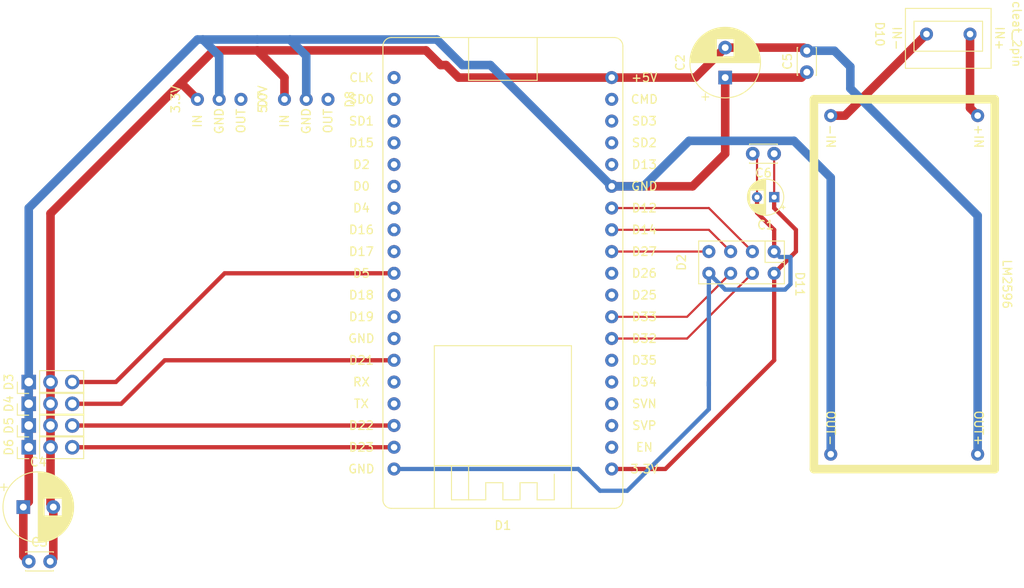
<source format=kicad_pcb>
(kicad_pcb (version 20200119) (host pcbnew "(5.99.0-1502-g7554a2df3)")

  (general
    (thickness 1.6)
    (drawings 0)
    (tracks 104)
    (modules 16)
    (nets 43)
  )

  (page "A4")
  (layers
    (0 "F.Cu" signal)
    (31 "B.Cu" signal)
    (32 "B.Adhes" user)
    (33 "F.Adhes" user)
    (34 "B.Paste" user)
    (35 "F.Paste" user)
    (36 "B.SilkS" user)
    (37 "F.SilkS" user)
    (38 "B.Mask" user)
    (39 "F.Mask" user)
    (40 "Dwgs.User" user)
    (41 "Cmts.User" user)
    (42 "Eco1.User" user)
    (43 "Eco2.User" user)
    (44 "Edge.Cuts" user)
    (45 "Margin" user)
    (46 "B.CrtYd" user)
    (47 "F.CrtYd" user)
    (48 "B.Fab" user)
    (49 "F.Fab" user)
  )

  (setup
    (last_trace_width 1)
    (user_trace_width 0.5)
    (user_trace_width 0.75)
    (user_trace_width 1)
    (trace_clearance 0.2)
    (zone_clearance 0.508)
    (zone_45_only no)
    (trace_min 0.2)
    (via_size 0.8)
    (via_drill 0.4)
    (via_min_size 0.4)
    (via_min_drill 0.3)
    (uvia_size 0.3)
    (uvia_drill 0.1)
    (uvias_allowed no)
    (uvia_min_size 0.2)
    (uvia_min_drill 0.1)
    (max_error 0.005)
    (defaults
      (edge_clearance 0.01)
      (edge_cuts_line_width 0.05)
      (courtyard_line_width 0.05)
      (copper_line_width 0.2)
      (copper_text_dims (size 1.5 1.5) (thickness 0.3))
      (silk_line_width 0.12)
      (silk_text_dims (size 1 1) (thickness 0.15))
      (fab_layers_line_width 0.1)
      (fab_layers_text_dims (size 1 1) (thickness 0.15))
      (other_layers_line_width 0.1)
      (other_layers_text_dims (size 1 1) (thickness 0.15))
      (dimension_units 0)
      (dimension_precision 1)
    )
    (pad_size 1.524 1.524)
    (pad_drill 0.762)
    (pad_to_mask_clearance 0.05)
    (aux_axis_origin 0 0)
    (visible_elements 7FFFFFFF)
    (pcbplotparams
      (layerselection 0x010fc_ffffffff)
      (usegerberextensions false)
      (usegerberattributes true)
      (usegerberadvancedattributes true)
      (creategerberjobfile true)
      (svguseinch false)
      (svgprecision 6)
      (excludeedgelayer true)
      (linewidth 0.100000)
      (plotframeref false)
      (viasonmask false)
      (mode 1)
      (useauxorigin false)
      (hpglpennumber 1)
      (hpglpenspeed 20)
      (hpglpendiameter 15.000000)
      (psnegative false)
      (psa4output false)
      (plotreference true)
      (plotvalue true)
      (plotinvisibletext false)
      (sketchpadsonfab false)
      (subtractmaskfromsilk false)
      (outputformat 1)
      (mirror false)
      (drillshape 1)
      (scaleselection 1)
      (outputdirectory "")
    )
  )

  (net 0 "")
  (net 1 "Net-(D1-Pad1)")
  (net 2 "Net-(D1-Pad2)")
  (net 3 "Net-(D1-Pad3)")
  (net 4 "Net-(D1-Pad4)")
  (net 5 "Net-(D1-Pad5)")
  (net 6 "Net-(D1-Pad6)")
  (net 7 "Net-(D1-Pad7)")
  (net 8 "Net-(D1-Pad8)")
  (net 9 "Net-(D1-Pad9)")
  (net 10 "Net-(D1-Pad11)")
  (net 11 "Net-(D1-Pad12)")
  (net 12 "Net-(D1-Pad13)")
  (net 13 "Net-(D1-Pad15)")
  (net 14 "Net-(D1-Pad16)")
  (net 15 "GND1")
  (net 16 "Net-(D1-Pad21)")
  (net 17 "Net-(D1-Pad22)")
  (net 18 "Net-(D1-Pad23)")
  (net 19 "Net-(D1-Pad24)")
  (net 20 "Net-(D1-Pad25)")
  (net 21 "Net-(D1-Pad26)")
  (net 22 "Net-(D1-Pad27)")
  (net 23 "Net-(D1-Pad28)")
  (net 24 "Net-(D1-Pad29)")
  (net 25 "Net-(D1-Pad30)")
  (net 26 "Net-(D1-Pad31)")
  (net 27 "Net-(D1-Pad32)")
  (net 28 "GND")
  (net 29 "Net-(D1-Pad34)")
  (net 30 "Net-(D1-Pad35)")
  (net 31 "Net-(D1-Pad36)")
  (net 32 "Net-(D1-Pad37)")
  (net 33 "+7.5V")
  (net 34 "+3V3")
  (net 35 "/D5")
  (net 36 "/D21")
  (net 37 "/D22")
  (net 38 "/D23")
  (net 39 "GND2")
  (net 40 "Net-(D7-Pad3)")
  (net 41 "+5V")
  (net 42 "+12V")

  (net_class "Default" "This is the default net class."
    (clearance 0.2)
    (trace_width 0.25)
    (via_dia 0.8)
    (via_drill 0.4)
    (uvia_dia 0.3)
    (uvia_drill 0.1)
    (add_net "+12V")
    (add_net "+3V3")
    (add_net "+5V")
    (add_net "+7.5V")
    (add_net "/D21")
    (add_net "/D22")
    (add_net "/D23")
    (add_net "/D5")
    (add_net "GND")
    (add_net "GND1")
    (add_net "GND2")
    (add_net "Net-(D1-Pad1)")
    (add_net "Net-(D1-Pad11)")
    (add_net "Net-(D1-Pad12)")
    (add_net "Net-(D1-Pad13)")
    (add_net "Net-(D1-Pad15)")
    (add_net "Net-(D1-Pad16)")
    (add_net "Net-(D1-Pad2)")
    (add_net "Net-(D1-Pad21)")
    (add_net "Net-(D1-Pad22)")
    (add_net "Net-(D1-Pad23)")
    (add_net "Net-(D1-Pad24)")
    (add_net "Net-(D1-Pad25)")
    (add_net "Net-(D1-Pad26)")
    (add_net "Net-(D1-Pad27)")
    (add_net "Net-(D1-Pad28)")
    (add_net "Net-(D1-Pad29)")
    (add_net "Net-(D1-Pad3)")
    (add_net "Net-(D1-Pad30)")
    (add_net "Net-(D1-Pad31)")
    (add_net "Net-(D1-Pad32)")
    (add_net "Net-(D1-Pad34)")
    (add_net "Net-(D1-Pad35)")
    (add_net "Net-(D1-Pad36)")
    (add_net "Net-(D1-Pad37)")
    (add_net "Net-(D1-Pad4)")
    (add_net "Net-(D1-Pad5)")
    (add_net "Net-(D1-Pad6)")
    (add_net "Net-(D1-Pad7)")
    (add_net "Net-(D1-Pad8)")
    (add_net "Net-(D1-Pad9)")
    (add_net "Net-(D7-Pad3)")
  )

  (module "common:LM2596" (layer "F.Cu") (tedit 5F319B8C) (tstamp 6bf67dba-dfad-4db7-a215-4f8037f1ae82)
    (at 176.53 81.28 -90)
    (path "/00000000-0000-0000-0000-00005f3a164d")
    (fp_text reference "D11" (at 0 12.2428 -90 unlocked) (layer "F.SilkS")
      (effects (font (size 1 1) (thickness 0.15)))
    )
    (fp_text value "LM2596" (at 0 -11.938 -90 unlocked) (layer "F.SilkS")
      (effects (font (size 1 1) (thickness 0.15)))
    )
    (fp_line (start -21.6 -10.5) (end -21.6 10.6) (layer "F.SilkS") (width 1))
    (fp_line (start 21.6 10.6) (end 21.6 -10.5) (layer "F.SilkS") (width 1))
    (fp_line (start 21.6 -10.5) (end -21.6 -10.5) (layer "F.SilkS") (width 1))
    (fp_line (start -21.6 10.6) (end 21.6 10.6) (layer "F.SilkS") (width 1))
    (fp_text user "+IN" (at -17.272 -8.636 -90 unlocked) (layer "F.SilkS")
      (effects (font (size 1 1) (thickness 0.15)))
    )
    (fp_text user "-IN" (at -17.272 8.636 -90 unlocked) (layer "F.SilkS")
      (effects (font (size 1 1) (thickness 0.15)))
    )
    (fp_text user "OUT+" (at 16.8148 -8.636 -90 unlocked) (layer "F.SilkS")
      (effects (font (size 1 1) (thickness 0.15)))
    )
    (fp_text user "OUT-" (at 16.8148 8.636 -90 unlocked) (layer "F.SilkS")
      (effects (font (size 1 1) (thickness 0.15)))
    )
    (pad "3" thru_hole circle (at 19.8628 8.636 270) (size 1.524 1.524) (drill 0.762) (layers *.Cu *.Mask)
      (net 15 "GND1") (pinfunction "OUT-") (tstamp 3dddbadc-c902-49b0-ae5a-360da6e3fa70))
    (pad "4" thru_hole circle (at 19.8628 -8.509 270) (size 1.524 1.524) (drill 0.762) (layers *.Cu *.Mask)
      (net 33 "+7.5V") (pinfunction "OUT+") (tstamp 96287cd8-bdaa-430d-91e0-eef251970a40))
    (pad "2" thru_hole circle (at -19.685 8.636 270) (size 1.524 1.524) (drill 0.762) (layers *.Cu *.Mask)
      (net 28 "GND") (pinfunction "-IN") (tstamp 3dddbadc-c902-49b0-ae5a-360da6e3fa70))
    (pad "1" thru_hole circle (at -19.685 -8.509 270) (size 1.524 1.524) (drill 0.762) (layers *.Cu *.Mask)
      (net 42 "+12V") (pinfunction "+IN") (tstamp 96287cd8-bdaa-430d-91e0-eef251970a40))
  )

  (module "common:cleat_2pin" (layer "F.Cu") (tedit 5F318CB5) (tstamp e9bd9f4a-9cd9-4b96-879d-5a1eb84fec89)
    (at 181.61 52.07 -90)
    (path "/00000000-0000-0000-0000-00005f399589")
    (fp_text reference "D10" (at 0 8 -90 unlocked) (layer "F.SilkS")
      (effects (font (size 1 1) (thickness 0.15)))
    )
    (fp_text value "cleat_2pin" (at 0 -8 -90 unlocked) (layer "F.SilkS")
      (effects (font (size 1 1) (thickness 0.15)))
    )
    (fp_line (start -2 5) (end 4 5) (layer "F.SilkS") (width 0.12))
    (fp_line (start 4 5) (end 4 -5) (layer "F.SilkS") (width 0.12))
    (fp_line (start 4 -5) (end -2 -5) (layer "F.SilkS") (width 0.12))
    (fp_line (start -3 -5) (end -3 5) (layer "F.SilkS") (width 0.12))
    (fp_line (start -3 5) (end -2 5) (layer "F.SilkS") (width 0.12))
    (fp_line (start -3 -5) (end -2 -5) (layer "F.SilkS") (width 0.12))
    (fp_line (start -1.5 4) (end 2 4) (layer "F.SilkS") (width 0.12))
    (fp_line (start 2 4) (end 2 -4) (layer "F.SilkS") (width 0.12))
    (fp_line (start 2 -4) (end -1.5 -4) (layer "F.SilkS") (width 0.12))
    (fp_line (start -1.5 -4) (end -1.5 4) (layer "F.SilkS") (width 0.12))
    (fp_text user "IN-" (at 0.5 6 -90 unlocked) (layer "F.SilkS")
      (effects (font (size 1 1) (thickness 0.15)))
    )
    (fp_text user "IN+" (at 0.5 -6 -90 unlocked) (layer "F.SilkS")
      (effects (font (size 1 1) (thickness 0.15)))
    )
    (pad "2" thru_hole circle (at 0 2.54 270) (size 1.524 1.524) (drill 0.762) (layers *.Cu *.Mask)
      (net 28 "GND") (pinfunction "MINUS") (tstamp 654a1d02-307e-4ecc-aa03-4ef2c6f91f1a))
    (pad "1" thru_hole circle (at 0 -2.54 270) (size 1.524 1.524) (drill 0.762) (layers *.Cu *.Mask)
      (net 42 "+12V") (pinfunction "PLUS") (tstamp 72334544-3471-47a8-98b3-bdd019d3d6e7))
  )

  (module "common:5.0V-converter" (layer "F.Cu") (tedit 5F2DA67B) (tstamp c42ad7ec-2abc-412d-b1a5-ddc9fdc7cd7d)
    (at 106.68 59.69 90)
    (path "/00000000-0000-0000-0000-00005f3eacd1")
    (fp_text reference "D8" (at 0 5.08 90 unlocked) (layer "F.SilkS")
      (effects (font (size 1 1) (thickness 0.15)))
    )
    (fp_text value "5.0V" (at 0 -5.08 90 unlocked) (layer "F.SilkS")
      (effects (font (size 1 1) (thickness 0.15)))
    )
    (fp_text user "IN" (at -2.54 -2.54 90 unlocked) (layer "F.SilkS")
      (effects (font (size 1 1) (thickness 0.15)))
    )
    (fp_text user "GND" (at -2.54 0 90 unlocked) (layer "F.SilkS")
      (effects (font (size 1 1) (thickness 0.15)))
    )
    (fp_text user "OUT" (at -2.54 2.54 90 unlocked) (layer "F.SilkS")
      (effects (font (size 1 1) (thickness 0.15)))
    )
    (pad "3" thru_hole circle (at 0 2.54 90) (size 1.524 1.524) (drill 0.762) (layers *.Cu *.Mask)
      (net 41 "+5V") (pinfunction "OUT") (tstamp 6a0e12fa-8d2d-4694-98bb-ae8f5f23b21c))
    (pad "2" thru_hole circle (at 0 0 90) (size 1.524 1.524) (drill 0.762) (layers *.Cu *.Mask)
      (net 15 "GND1") (pinfunction "GND") (tstamp 1b86b4e4-3c56-4cf2-ab7f-b08921f7899d))
    (pad "1" thru_hole circle (at 0 -2.54 90) (size 1.524 1.524) (drill 0.762) (layers *.Cu *.Mask)
      (net 33 "+7.5V") (pinfunction "IN") (tstamp 7832527c-8742-421a-b9fb-fc2a0f267ed3))
  )

  (module "common:3.3V-converter" (layer "F.Cu") (tedit 5F2DA5C8) (tstamp b316c0a2-12a5-48fb-a153-b86810ec98c4)
    (at 96.52 59.69 90)
    (path "/00000000-0000-0000-0000-00005f3e7ef9")
    (fp_text reference "D7" (at 0 5.08 90 unlocked) (layer "F.SilkS")
      (effects (font (size 1 1) (thickness 0.15)))
    )
    (fp_text value "3.3V" (at 0 -5.08 90 unlocked) (layer "F.SilkS")
      (effects (font (size 1 1) (thickness 0.15)))
    )
    (fp_text user "IN" (at -2.54 -2.54 90 unlocked) (layer "F.SilkS")
      (effects (font (size 1 1) (thickness 0.15)))
    )
    (fp_text user "GND" (at -2.54 0 90 unlocked) (layer "F.SilkS")
      (effects (font (size 1 1) (thickness 0.15)))
    )
    (fp_text user "OUT" (at -2.54 2.54 90 unlocked) (layer "F.SilkS")
      (effects (font (size 1 1) (thickness 0.15)))
    )
    (pad "3" thru_hole circle (at 0 2.54 90) (size 1.524 1.524) (drill 0.762) (layers *.Cu *.Mask)
      (net 40 "Net-(D7-Pad3)") (pinfunction "OUT") (tstamp a3230566-8ff5-483f-97bd-440269aed21f))
    (pad "2" thru_hole circle (at 0 0 90) (size 1.524 1.524) (drill 0.762) (layers *.Cu *.Mask)
      (net 15 "GND1") (pinfunction "GND") (tstamp 266e5cbc-92d0-46a9-a693-b53049c3ef5e))
    (pad "1" thru_hole circle (at 0 -2.54 90) (size 1.524 1.524) (drill 0.762) (layers *.Cu *.Mask)
      (net 33 "+7.5V") (pinfunction "IN") (tstamp 6869f64b-2813-44cb-9922-1ef0e74e92ed))
  )

  (module "esp32:esp32-devkit-C" (layer "F.Cu") (tedit 5F23F8B3) (tstamp 00000000-0000-0000-0000-00005f2497ad)
    (at 129.630001 77.47)
    (path "/00000000-0000-0000-0000-00005f202b9f")
    (fp_text reference "D1" (at 0 32) (layer "F.SilkS")
      (effects (font (size 1 1) (thickness 0.15)))
    )
    (fp_text value "ESP32-devkit-C" (at 0 -27) (layer "F.Fab")
      (effects (font (size 1 1) (thickness 0.15)))
    )
    (fp_line (start -4 29) (end -4 25) (layer "F.SilkS") (width 0.12))
    (fp_line (start -6 29) (end -6 25) (layer "F.SilkS") (width 0.12))
    (fp_line (start 6 29) (end 6 26) (layer "F.SilkS") (width 0.12))
    (fp_line (start 4 29) (end 6 29) (layer "F.SilkS") (width 0.12))
    (fp_line (start 4 27) (end 4 29) (layer "F.SilkS") (width 0.12))
    (fp_line (start 2 27) (end 4 27) (layer "F.SilkS") (width 0.12))
    (fp_line (start 2 29) (end 2 27) (layer "F.SilkS") (width 0.12))
    (fp_line (start 0 29) (end 2 29) (layer "F.SilkS") (width 0.12))
    (fp_line (start 0 27) (end 0 29) (layer "F.SilkS") (width 0.12))
    (fp_line (start -2 27) (end 0 27) (layer "F.SilkS") (width 0.12))
    (fp_line (start -2 29) (end -2 27) (layer "F.SilkS") (width 0.12))
    (fp_line (start -4 29) (end -2 29) (layer "F.SilkS") (width 0.12))
    (fp_line (start -6 29) (end -4 29) (layer "F.SilkS") (width 0.12))
    (fp_line (start -8 25) (end 8 25) (layer "F.SilkS") (width 0.12))
    (fp_line (start 8 11) (end 8 30) (layer "F.SilkS") (width 0.12))
    (fp_line (start -8 11) (end 8 11) (layer "F.SilkS") (width 0.12))
    (fp_line (start -8 30) (end -8 11) (layer "F.SilkS") (width 0.12))
    (fp_line (start 4 -20) (end 4 -25) (layer "F.SilkS") (width 0.12))
    (fp_line (start 0 -20) (end 4 -20) (layer "F.SilkS") (width 0.12))
    (fp_line (start -4 -20) (end 0 -20) (layer "F.SilkS") (width 0.12))
    (fp_line (start -4 -25) (end -4 -20) (layer "F.SilkS") (width 0.12))
    (fp_line (start 14 -24) (end 14 29) (layer "F.SilkS") (width 0.12))
    (fp_line (start -13 -25) (end 13 -25) (layer "F.SilkS") (width 0.12))
    (fp_line (start -13 30) (end 13 30) (layer "F.SilkS") (width 0.12))
    (fp_line (start -14 -24) (end -14 29) (layer "F.SilkS") (width 0.12))
    (fp_text user "CLK" (at -16.51 -20.32) (layer "F.SilkS")
      (effects (font (size 1 1) (thickness 0.15)))
    )
    (fp_text user "SD0" (at -16.51 -17.78) (layer "F.SilkS")
      (effects (font (size 1 1) (thickness 0.15)))
    )
    (fp_text user "SD1" (at -16.51 -15.24) (layer "F.SilkS")
      (effects (font (size 1 1) (thickness 0.15)))
    )
    (fp_text user "D15" (at -16.51 -12.7) (layer "F.SilkS")
      (effects (font (size 1 1) (thickness 0.15)))
    )
    (fp_text user "D2" (at -16.51 -10.16) (layer "F.SilkS")
      (effects (font (size 1 1) (thickness 0.15)))
    )
    (fp_text user "D0" (at -16.51 -7.62) (layer "F.SilkS")
      (effects (font (size 1 1) (thickness 0.15)))
    )
    (fp_text user "D4" (at -16.51 -5.08) (layer "F.SilkS")
      (effects (font (size 1 1) (thickness 0.15)))
    )
    (fp_text user "D16" (at -16.51 -2.54) (layer "F.SilkS")
      (effects (font (size 1 1) (thickness 0.15)))
    )
    (fp_text user "D17" (at -16.51 0) (layer "F.SilkS")
      (effects (font (size 1 1) (thickness 0.15)))
    )
    (fp_text user "D5" (at -16.51 2.54) (layer "F.SilkS")
      (effects (font (size 1 1) (thickness 0.15)))
    )
    (fp_text user "D18" (at -16.51 5.08) (layer "F.SilkS")
      (effects (font (size 1 1) (thickness 0.15)))
    )
    (fp_text user "D19" (at -16.51 7.62) (layer "F.SilkS")
      (effects (font (size 1 1) (thickness 0.15)))
    )
    (fp_text user "GND" (at -16.51 10.16) (layer "F.SilkS")
      (effects (font (size 1 1) (thickness 0.15)))
    )
    (fp_text user "D21" (at -16.51 12.7) (layer "F.SilkS")
      (effects (font (size 1 1) (thickness 0.15)))
    )
    (fp_text user "RX" (at -16.51 15.24) (layer "F.SilkS")
      (effects (font (size 1 1) (thickness 0.15)))
    )
    (fp_text user "TX" (at -16.51 17.78) (layer "F.SilkS")
      (effects (font (size 1 1) (thickness 0.15)))
    )
    (fp_text user "D22" (at -16.51 20.32) (layer "F.SilkS")
      (effects (font (size 1 1) (thickness 0.15)))
    )
    (fp_text user "D23" (at -16.51 22.86) (layer "F.SilkS")
      (effects (font (size 1 1) (thickness 0.15)))
    )
    (fp_text user "GND" (at -16.51 25.4) (layer "F.SilkS")
      (effects (font (size 1 1) (thickness 0.15)))
    )
    (fp_text user "+5V" (at 16.51 -20.32) (layer "F.SilkS")
      (effects (font (size 1 1) (thickness 0.15)))
    )
    (fp_text user "CMD" (at 16.51 -17.78) (layer "F.SilkS")
      (effects (font (size 1 1) (thickness 0.15)))
    )
    (fp_text user "SD3" (at 16.51 -15.24) (layer "F.SilkS")
      (effects (font (size 1 1) (thickness 0.15)))
    )
    (fp_text user "SD2" (at 16.51 -12.7) (layer "F.SilkS")
      (effects (font (size 1 1) (thickness 0.15)))
    )
    (fp_text user "D13" (at 16.51 -10.16) (layer "F.SilkS")
      (effects (font (size 1 1) (thickness 0.15)))
    )
    (fp_text user "GND" (at 16.51 -7.62) (layer "F.SilkS")
      (effects (font (size 1 1) (thickness 0.15)))
    )
    (fp_text user "D12" (at 16.51 -5.08) (layer "F.SilkS")
      (effects (font (size 1 1) (thickness 0.15)))
    )
    (fp_text user "D14" (at 16.51 -2.54) (layer "F.SilkS")
      (effects (font (size 1 1) (thickness 0.15)))
    )
    (fp_text user "D27" (at 16.51 0) (layer "F.SilkS")
      (effects (font (size 1 1) (thickness 0.15)))
    )
    (fp_text user "D26" (at 16.51 2.54) (layer "F.SilkS")
      (effects (font (size 1 1) (thickness 0.15)))
    )
    (fp_text user "D25" (at 16.51 5.08) (layer "F.SilkS")
      (effects (font (size 1 1) (thickness 0.15)))
    )
    (fp_text user "D33" (at 16.51 7.62) (layer "F.SilkS")
      (effects (font (size 1 1) (thickness 0.15)))
    )
    (fp_text user "D32" (at 16.51 10.16) (layer "F.SilkS")
      (effects (font (size 1 1) (thickness 0.15)))
    )
    (fp_text user "D35" (at 16.51 12.7) (layer "F.SilkS")
      (effects (font (size 1 1) (thickness 0.15)))
    )
    (fp_text user "D34" (at 16.51 15.24) (layer "F.SilkS")
      (effects (font (size 1 1) (thickness 0.15)))
    )
    (fp_text user "SVN" (at 16.51 17.78) (layer "F.SilkS")
      (effects (font (size 1 1) (thickness 0.15)))
    )
    (fp_text user "SVP" (at 16.51 20.32) (layer "F.SilkS")
      (effects (font (size 1 1) (thickness 0.15)))
    )
    (fp_text user "EN" (at 16.51 22.86) (layer "F.SilkS")
      (effects (font (size 1 1) (thickness 0.15)))
    )
    (fp_text user "3.3V" (at 16.51 25.4) (layer "F.SilkS")
      (effects (font (size 1 1) (thickness 0.15)))
    )
    (fp_arc (start -13 -24) (end -13 -25) (angle -90) (layer "F.SilkS") (width 0.12))
    (fp_arc (start -13 29) (end -14 29) (angle -90) (layer "F.SilkS") (width 0.12))
    (fp_arc (start 13 29) (end 13 30) (angle -90) (layer "F.SilkS") (width 0.12))
    (fp_arc (start 13 -24) (end 14 -24) (angle -90) (layer "F.SilkS") (width 0.12))
    (pad "1" thru_hole circle (at -12.7 -20.32) (size 1.524 1.524) (drill 0.762) (layers *.Cu *.Mask)
      (net 1 "Net-(D1-Pad1)") (pinfunction "CLK") (tstamp 056bc473-e340-4739-8898-f24117f87491))
    (pad "2" thru_hole circle (at -12.7 -17.78) (size 1.524 1.524) (drill 0.762) (layers *.Cu *.Mask)
      (net 2 "Net-(D1-Pad2)") (pinfunction "SD0") (tstamp 79dd2eb0-aa85-45b1-9099-90dcbad82301))
    (pad "3" thru_hole circle (at -12.7 -15.24) (size 1.524 1.524) (drill 0.762) (layers *.Cu *.Mask)
      (net 3 "Net-(D1-Pad3)") (pinfunction "SD1") (tstamp b6c7d57a-dfee-4ef9-afe0-b149696c6329))
    (pad "4" thru_hole circle (at -12.7 -12.7) (size 1.524 1.524) (drill 0.762) (layers *.Cu *.Mask)
      (net 4 "Net-(D1-Pad4)") (pinfunction "D15") (tstamp 5ff7a3a4-4a85-4e98-8524-ee235a216dc4))
    (pad "5" thru_hole circle (at -12.7 -10.16) (size 1.524 1.524) (drill 0.762) (layers *.Cu *.Mask)
      (net 5 "Net-(D1-Pad5)") (pinfunction "D2") (tstamp 946c0087-7cae-4bb2-a50b-d34782ae1181))
    (pad "6" thru_hole circle (at -12.7 -7.62) (size 1.524 1.524) (drill 0.762) (layers *.Cu *.Mask)
      (net 6 "Net-(D1-Pad6)") (pinfunction "D0") (tstamp b12281c5-d367-45b7-8deb-4f67e0308164))
    (pad "7" thru_hole circle (at -12.7 -5.08) (size 1.524 1.524) (drill 0.762) (layers *.Cu *.Mask)
      (net 7 "Net-(D1-Pad7)") (pinfunction "D4") (tstamp 39b37b8a-87f9-45c6-b338-1ccbbb16b47c))
    (pad "8" thru_hole circle (at -12.7 -2.54) (size 1.524 1.524) (drill 0.762) (layers *.Cu *.Mask)
      (net 8 "Net-(D1-Pad8)") (pinfunction "D16") (tstamp eb1139bb-2027-4d6b-9e88-9962a8c5c5a0))
    (pad "9" thru_hole circle (at -12.7 0) (size 1.524 1.524) (drill 0.762) (layers *.Cu *.Mask)
      (net 9 "Net-(D1-Pad9)") (pinfunction "D17") (tstamp d9aad7e9-d9dc-448f-a4ce-ec0a97dc2db4))
    (pad "10" thru_hole circle (at -12.7 2.54) (size 1.524 1.524) (drill 0.762) (layers *.Cu *.Mask)
      (net 35 "/D5") (pinfunction "D5") (tstamp 74bc6e82-ec9b-4f9b-bdc8-8adebf892bed))
    (pad "11" thru_hole circle (at -12.7 5.08) (size 1.524 1.524) (drill 0.762) (layers *.Cu *.Mask)
      (net 10 "Net-(D1-Pad11)") (pinfunction "D18") (tstamp 62150907-eebc-4847-9828-f0632036756f))
    (pad "12" thru_hole circle (at -12.7 7.62) (size 1.524 1.524) (drill 0.762) (layers *.Cu *.Mask)
      (net 11 "Net-(D1-Pad12)") (pinfunction "D19") (tstamp e1a54d49-20e5-4629-ad9b-b447103a72a6))
    (pad "13" thru_hole circle (at -12.7 10.16) (size 1.524 1.524) (drill 0.762) (layers *.Cu *.Mask)
      (net 12 "Net-(D1-Pad13)") (pinfunction "GND") (tstamp 6537cfea-277e-4177-93f2-5777e8594d02))
    (pad "14" thru_hole circle (at -12.7 12.7) (size 1.524 1.524) (drill 0.762) (layers *.Cu *.Mask)
      (net 36 "/D21") (pinfunction "D21") (tstamp 95a5a87f-046a-46a4-aac2-993c4975bb61))
    (pad "15" thru_hole circle (at -12.7 15.24) (size 1.524 1.524) (drill 0.762) (layers *.Cu *.Mask)
      (net 13 "Net-(D1-Pad15)") (pinfunction "RX") (tstamp 1951549f-c701-4639-9ddb-b97d4e40feb1))
    (pad "16" thru_hole circle (at -12.7 17.78) (size 1.524 1.524) (drill 0.762) (layers *.Cu *.Mask)
      (net 14 "Net-(D1-Pad16)") (pinfunction "TX") (tstamp 0c543c75-3253-4176-81c1-043057e8c4a8))
    (pad "17" thru_hole circle (at -12.7 20.32) (size 1.524 1.524) (drill 0.762) (layers *.Cu *.Mask)
      (net 37 "/D22") (pinfunction "D22") (tstamp f24809f9-20af-4977-ae3f-5f8442256f50))
    (pad "18" thru_hole circle (at -12.7 22.86) (size 1.524 1.524) (drill 0.762) (layers *.Cu *.Mask)
      (net 38 "/D23") (pinfunction "D23") (tstamp 1b9fa294-f86a-40bf-b52a-242361e0e8f0))
    (pad "19" thru_hole circle (at -12.7 25.4) (size 1.524 1.524) (drill 0.762) (layers *.Cu *.Mask)
      (net 39 "GND2") (pinfunction "GND") (tstamp 1ac809e3-6f3a-47db-b803-b9161f079926))
    (pad "20" thru_hole circle (at 12.7 25.4) (size 1.524 1.524) (drill 0.762) (layers *.Cu *.Mask)
      (net 34 "+3V3") (pinfunction "3.3V") (tstamp 77290195-f0af-4412-874b-e4da6dd4c90b))
    (pad "21" thru_hole circle (at 12.7 22.86) (size 1.524 1.524) (drill 0.762) (layers *.Cu *.Mask)
      (net 16 "Net-(D1-Pad21)") (pinfunction "EN") (tstamp 10da583b-aa41-413c-8466-3f842060c740))
    (pad "22" thru_hole circle (at 12.7 20.32) (size 1.524 1.524) (drill 0.762) (layers *.Cu *.Mask)
      (net 17 "Net-(D1-Pad22)") (pinfunction "SVP") (tstamp 482337a4-3553-4d94-a816-5a9946ca60d9))
    (pad "23" thru_hole circle (at 12.7 17.78) (size 1.524 1.524) (drill 0.762) (layers *.Cu *.Mask)
      (net 18 "Net-(D1-Pad23)") (pinfunction "SVN") (tstamp 200e46a3-c066-477e-8e46-ff45f5219f28))
    (pad "24" thru_hole circle (at 12.7 15.24) (size 1.524 1.524) (drill 0.762) (layers *.Cu *.Mask)
      (net 19 "Net-(D1-Pad24)") (pinfunction "D34") (tstamp 9158b7b2-2143-448a-b0da-5217b6840b64))
    (pad "25" thru_hole circle (at 12.7 12.7) (size 1.524 1.524) (drill 0.762) (layers *.Cu *.Mask)
      (net 20 "Net-(D1-Pad25)") (pinfunction "D35") (tstamp 9affc501-7898-4b42-aa14-d4e1e6a59339))
    (pad "26" thru_hole circle (at 12.7 10.16) (size 1.524 1.524) (drill 0.762) (layers *.Cu *.Mask)
      (net 21 "Net-(D1-Pad26)") (pinfunction "D32") (tstamp 827e43f7-5445-47ba-8788-247783b4ff37))
    (pad "27" thru_hole circle (at 12.7 7.62) (size 1.524 1.524) (drill 0.762) (layers *.Cu *.Mask)
      (net 22 "Net-(D1-Pad27)") (pinfunction "D33") (tstamp 16b49a41-6886-48f7-b67c-403cd3161676))
    (pad "28" thru_hole circle (at 12.7 5.08) (size 1.524 1.524) (drill 0.762) (layers *.Cu *.Mask)
      (net 23 "Net-(D1-Pad28)") (pinfunction "D25") (tstamp 4590c1c3-cc77-490e-9003-7d79d7b05240))
    (pad "29" thru_hole circle (at 12.7 2.54) (size 1.524 1.524) (drill 0.762) (layers *.Cu *.Mask)
      (net 24 "Net-(D1-Pad29)") (pinfunction "D26") (tstamp f81db942-a240-4601-bc96-a0ad69c57696))
    (pad "30" thru_hole circle (at 12.7 0) (size 1.524 1.524) (drill 0.762) (layers *.Cu *.Mask)
      (net 25 "Net-(D1-Pad30)") (pinfunction "D27") (tstamp 27a91e61-7e30-4d93-a208-9c4f7310ceea))
    (pad "31" thru_hole circle (at 12.7 -2.54) (size 1.524 1.524) (drill 0.762) (layers *.Cu *.Mask)
      (net 26 "Net-(D1-Pad31)") (pinfunction "D14") (tstamp 648075b6-50f1-4936-93ce-222215a912de))
    (pad "32" thru_hole circle (at 12.7 -5.08) (size 1.524 1.524) (drill 0.762) (layers *.Cu *.Mask)
      (net 27 "Net-(D1-Pad32)") (pinfunction "D12") (tstamp f18261b2-e0ee-43c2-9750-8fdc00cf3828))
    (pad "33" thru_hole circle (at 12.7 -7.62) (size 1.524 1.524) (drill 0.762) (layers *.Cu *.Mask)
      (net 15 "GND1") (pinfunction "GND") (tstamp 8f26f707-bf5c-44d4-a23f-6d1ca4665314))
    (pad "34" thru_hole circle (at 12.7 -10.16) (size 1.524 1.524) (drill 0.762) (layers *.Cu *.Mask)
      (net 29 "Net-(D1-Pad34)") (pinfunction "D13") (tstamp 9cd7b088-6eec-4038-bdd8-b2821f77552d))
    (pad "35" thru_hole circle (at 12.7 -12.7) (size 1.524 1.524) (drill 0.762) (layers *.Cu *.Mask)
      (net 30 "Net-(D1-Pad35)") (pinfunction "SD2") (tstamp 2a5e2f43-6d2d-4915-ab06-63b47996fa1a))
    (pad "36" thru_hole circle (at 12.7 -15.24) (size 1.524 1.524) (drill 0.762) (layers *.Cu *.Mask)
      (net 31 "Net-(D1-Pad36)") (pinfunction "SD3") (tstamp c0973069-6bc3-4b50-a48b-3ca567bac6d6))
    (pad "37" thru_hole circle (at 12.7 -17.78) (size 1.524 1.524) (drill 0.762) (layers *.Cu *.Mask)
      (net 32 "Net-(D1-Pad37)") (pinfunction "CMD") (tstamp d6d6b3ed-bfdf-4dfc-af84-029d70b142cd))
    (pad "38" thru_hole circle (at 12.7 -20.32) (size 1.524 1.524) (drill 0.762) (layers *.Cu *.Mask)
      (net 33 "+7.5V") (pinfunction "+5V") (tstamp 2fbc56a7-c9e3-4d29-873a-6309fa714dfc))
  )

  (module "nrf24:nrf24l01" (layer "F.Cu") (tedit 5F23FA4F) (tstamp 00000000-0000-0000-0000-00005f2497bf)
    (at 157.48 78.74 -90)
    (path "/00000000-0000-0000-0000-00005f2045f7")
    (fp_text reference "D2" (at 0 7 90) (layer "F.SilkS")
      (effects (font (size 1 1) (thickness 0.15)))
    )
    (fp_text value "nrf24l01" (at 0 -6.5 90) (layer "F.Fab")
      (effects (font (size 1 1) (thickness 0.15)))
    )
    (fp_line (start 0 -2.75) (end 0 -5) (layer "F.SilkS") (width 0.12))
    (fp_line (start -2.5 -2.75) (end 0 -2.75) (layer "F.SilkS") (width 0.12))
    (fp_line (start 2.5 -5) (end -2.5 -5) (layer "F.SilkS") (width 0.12))
    (fp_line (start 2.5 5) (end 2.5 -5) (layer "F.SilkS") (width 0.12))
    (fp_line (start -2.5 5) (end 2.5 5) (layer "F.SilkS") (width 0.12))
    (fp_line (start -2.5 -5) (end -2.5 5) (layer "F.SilkS") (width 0.12))
    (pad "1" thru_hole circle (at -1.27 -3.81 270) (size 1.524 1.524) (drill 0.762) (layers *.Cu *.Mask)
      (net 39 "GND2") (pinfunction "GND") (tstamp cafdbe86-fc8a-4045-8ac1-69d1d274f188))
    (pad "2" thru_hole circle (at -1.27 -1.27 270) (size 1.524 1.524) (drill 0.762) (layers *.Cu *.Mask)
      (net 27 "Net-(D1-Pad32)") (pinfunction "CE") (tstamp a4dc1821-29c2-4e33-821f-722d27c66207))
    (pad "3" thru_hole circle (at -1.27 1.27 270) (size 1.524 1.524) (drill 0.762) (layers *.Cu *.Mask)
      (net 26 "Net-(D1-Pad31)") (pinfunction "SCK") (tstamp 720e8d44-97a9-4a06-814c-8fa92202abef))
    (pad "4" thru_hole circle (at -1.27 3.81 270) (size 1.524 1.524) (drill 0.762) (layers *.Cu *.Mask)
      (net 25 "Net-(D1-Pad30)") (pinfunction "MISO") (tstamp b84a9cff-338b-4d6c-aa69-c1049e5af230))
    (pad "5" thru_hole circle (at 1.27 3.81 270) (size 1.524 1.524) (drill 0.762) (layers *.Cu *.Mask)
      (net 39 "GND2") (pinfunction "IRQ") (tstamp 5f39f4d3-7a8d-4887-9bf1-cb10f5351427))
    (pad "6" thru_hole circle (at 1.27 1.27 270) (size 1.524 1.524) (drill 0.762) (layers *.Cu *.Mask)
      (net 22 "Net-(D1-Pad27)") (pinfunction "MOSI") (tstamp 5c4040f0-0922-4c23-904b-ea3e5f505cde))
    (pad "7" thru_hole circle (at 1.27 -1.27 270) (size 1.524 1.524) (drill 0.762) (layers *.Cu *.Mask)
      (net 21 "Net-(D1-Pad26)") (pinfunction "CSN") (tstamp b7383f6c-6b9a-4f99-94d6-5f66fbd665a6))
    (pad "8" thru_hole circle (at 1.27 -3.81 270) (size 1.524 1.524) (drill 0.762) (layers *.Cu *.Mask)
      (net 34 "+3V3") (pinfunction "3.3V") (tstamp 4eac86c8-0119-47b2-848f-90a545398533))
  )

  (module "Capacitor_THT:CP_Radial_D4.0mm_P2.00mm" (layer "F.Cu") (tedit 5AE50EF0) (tstamp 00000000-0000-0000-0000-00005f249728)
    (at 161.29 71.12 180)
    (descr "CP, Radial series, Radial, pin pitch=2.00mm, , diameter=4mm, Electrolytic Capacitor")
    (tags "CP Radial series Radial pin pitch 2.00mm  diameter 4mm Electrolytic Capacitor")
    (path "/00000000-0000-0000-0000-00005f24ae15")
    (fp_text reference "C1" (at 1 -3.25) (layer "F.SilkS")
      (effects (font (size 1 1) (thickness 0.15)))
    )
    (fp_text value "100microF" (at 1 3.25) (layer "F.Fab")
      (effects (font (size 1 1) (thickness 0.15)))
    )
    (fp_circle (center 1 0) (end 3 0) (layer "F.Fab") (width 0.1))
    (fp_circle (center 1 0) (end 3.12 0) (layer "F.SilkS") (width 0.12))
    (fp_circle (center 1 0) (end 3.25 0) (layer "F.CrtYd") (width 0.05))
    (fp_line (start -0.702554 -0.8675) (end -0.302554 -0.8675) (layer "F.Fab") (width 0.1))
    (fp_line (start -0.502554 -1.0675) (end -0.502554 -0.6675) (layer "F.Fab") (width 0.1))
    (fp_line (start 1 -2.08) (end 1 2.08) (layer "F.SilkS") (width 0.12))
    (fp_line (start 1.04 -2.08) (end 1.04 2.08) (layer "F.SilkS") (width 0.12))
    (fp_line (start 1.08 -2.079) (end 1.08 2.079) (layer "F.SilkS") (width 0.12))
    (fp_line (start 1.12 -2.077) (end 1.12 2.077) (layer "F.SilkS") (width 0.12))
    (fp_line (start 1.16 -2.074) (end 1.16 2.074) (layer "F.SilkS") (width 0.12))
    (fp_line (start 1.2 -2.071) (end 1.2 -0.84) (layer "F.SilkS") (width 0.12))
    (fp_line (start 1.2 0.84) (end 1.2 2.071) (layer "F.SilkS") (width 0.12))
    (fp_line (start 1.24 -2.067) (end 1.24 -0.84) (layer "F.SilkS") (width 0.12))
    (fp_line (start 1.24 0.84) (end 1.24 2.067) (layer "F.SilkS") (width 0.12))
    (fp_line (start 1.28 -2.062) (end 1.28 -0.84) (layer "F.SilkS") (width 0.12))
    (fp_line (start 1.28 0.84) (end 1.28 2.062) (layer "F.SilkS") (width 0.12))
    (fp_line (start 1.32 -2.056) (end 1.32 -0.84) (layer "F.SilkS") (width 0.12))
    (fp_line (start 1.32 0.84) (end 1.32 2.056) (layer "F.SilkS") (width 0.12))
    (fp_line (start 1.36 -2.05) (end 1.36 -0.84) (layer "F.SilkS") (width 0.12))
    (fp_line (start 1.36 0.84) (end 1.36 2.05) (layer "F.SilkS") (width 0.12))
    (fp_line (start 1.4 -2.042) (end 1.4 -0.84) (layer "F.SilkS") (width 0.12))
    (fp_line (start 1.4 0.84) (end 1.4 2.042) (layer "F.SilkS") (width 0.12))
    (fp_line (start 1.44 -2.034) (end 1.44 -0.84) (layer "F.SilkS") (width 0.12))
    (fp_line (start 1.44 0.84) (end 1.44 2.034) (layer "F.SilkS") (width 0.12))
    (fp_line (start 1.48 -2.025) (end 1.48 -0.84) (layer "F.SilkS") (width 0.12))
    (fp_line (start 1.48 0.84) (end 1.48 2.025) (layer "F.SilkS") (width 0.12))
    (fp_line (start 1.52 -2.016) (end 1.52 -0.84) (layer "F.SilkS") (width 0.12))
    (fp_line (start 1.52 0.84) (end 1.52 2.016) (layer "F.SilkS") (width 0.12))
    (fp_line (start 1.56 -2.005) (end 1.56 -0.84) (layer "F.SilkS") (width 0.12))
    (fp_line (start 1.56 0.84) (end 1.56 2.005) (layer "F.SilkS") (width 0.12))
    (fp_line (start 1.6 -1.994) (end 1.6 -0.84) (layer "F.SilkS") (width 0.12))
    (fp_line (start 1.6 0.84) (end 1.6 1.994) (layer "F.SilkS") (width 0.12))
    (fp_line (start 1.64 -1.982) (end 1.64 -0.84) (layer "F.SilkS") (width 0.12))
    (fp_line (start 1.64 0.84) (end 1.64 1.982) (layer "F.SilkS") (width 0.12))
    (fp_line (start 1.68 -1.968) (end 1.68 -0.84) (layer "F.SilkS") (width 0.12))
    (fp_line (start 1.68 0.84) (end 1.68 1.968) (layer "F.SilkS") (width 0.12))
    (fp_line (start 1.721 -1.954) (end 1.721 -0.84) (layer "F.SilkS") (width 0.12))
    (fp_line (start 1.721 0.84) (end 1.721 1.954) (layer "F.SilkS") (width 0.12))
    (fp_line (start 1.761 -1.94) (end 1.761 -0.84) (layer "F.SilkS") (width 0.12))
    (fp_line (start 1.761 0.84) (end 1.761 1.94) (layer "F.SilkS") (width 0.12))
    (fp_line (start 1.801 -1.924) (end 1.801 -0.84) (layer "F.SilkS") (width 0.12))
    (fp_line (start 1.801 0.84) (end 1.801 1.924) (layer "F.SilkS") (width 0.12))
    (fp_line (start 1.841 -1.907) (end 1.841 -0.84) (layer "F.SilkS") (width 0.12))
    (fp_line (start 1.841 0.84) (end 1.841 1.907) (layer "F.SilkS") (width 0.12))
    (fp_line (start 1.881 -1.889) (end 1.881 -0.84) (layer "F.SilkS") (width 0.12))
    (fp_line (start 1.881 0.84) (end 1.881 1.889) (layer "F.SilkS") (width 0.12))
    (fp_line (start 1.921 -1.87) (end 1.921 -0.84) (layer "F.SilkS") (width 0.12))
    (fp_line (start 1.921 0.84) (end 1.921 1.87) (layer "F.SilkS") (width 0.12))
    (fp_line (start 1.961 -1.851) (end 1.961 -0.84) (layer "F.SilkS") (width 0.12))
    (fp_line (start 1.961 0.84) (end 1.961 1.851) (layer "F.SilkS") (width 0.12))
    (fp_line (start 2.001 -1.83) (end 2.001 -0.84) (layer "F.SilkS") (width 0.12))
    (fp_line (start 2.001 0.84) (end 2.001 1.83) (layer "F.SilkS") (width 0.12))
    (fp_line (start 2.041 -1.808) (end 2.041 -0.84) (layer "F.SilkS") (width 0.12))
    (fp_line (start 2.041 0.84) (end 2.041 1.808) (layer "F.SilkS") (width 0.12))
    (fp_line (start 2.081 -1.785) (end 2.081 -0.84) (layer "F.SilkS") (width 0.12))
    (fp_line (start 2.081 0.84) (end 2.081 1.785) (layer "F.SilkS") (width 0.12))
    (fp_line (start 2.121 -1.76) (end 2.121 -0.84) (layer "F.SilkS") (width 0.12))
    (fp_line (start 2.121 0.84) (end 2.121 1.76) (layer "F.SilkS") (width 0.12))
    (fp_line (start 2.161 -1.735) (end 2.161 -0.84) (layer "F.SilkS") (width 0.12))
    (fp_line (start 2.161 0.84) (end 2.161 1.735) (layer "F.SilkS") (width 0.12))
    (fp_line (start 2.201 -1.708) (end 2.201 -0.84) (layer "F.SilkS") (width 0.12))
    (fp_line (start 2.201 0.84) (end 2.201 1.708) (layer "F.SilkS") (width 0.12))
    (fp_line (start 2.241 -1.68) (end 2.241 -0.84) (layer "F.SilkS") (width 0.12))
    (fp_line (start 2.241 0.84) (end 2.241 1.68) (layer "F.SilkS") (width 0.12))
    (fp_line (start 2.281 -1.65) (end 2.281 -0.84) (layer "F.SilkS") (width 0.12))
    (fp_line (start 2.281 0.84) (end 2.281 1.65) (layer "F.SilkS") (width 0.12))
    (fp_line (start 2.321 -1.619) (end 2.321 -0.84) (layer "F.SilkS") (width 0.12))
    (fp_line (start 2.321 0.84) (end 2.321 1.619) (layer "F.SilkS") (width 0.12))
    (fp_line (start 2.361 -1.587) (end 2.361 -0.84) (layer "F.SilkS") (width 0.12))
    (fp_line (start 2.361 0.84) (end 2.361 1.587) (layer "F.SilkS") (width 0.12))
    (fp_line (start 2.401 -1.552) (end 2.401 -0.84) (layer "F.SilkS") (width 0.12))
    (fp_line (start 2.401 0.84) (end 2.401 1.552) (layer "F.SilkS") (width 0.12))
    (fp_line (start 2.441 -1.516) (end 2.441 -0.84) (layer "F.SilkS") (width 0.12))
    (fp_line (start 2.441 0.84) (end 2.441 1.516) (layer "F.SilkS") (width 0.12))
    (fp_line (start 2.481 -1.478) (end 2.481 -0.84) (layer "F.SilkS") (width 0.12))
    (fp_line (start 2.481 0.84) (end 2.481 1.478) (layer "F.SilkS") (width 0.12))
    (fp_line (start 2.521 -1.438) (end 2.521 -0.84) (layer "F.SilkS") (width 0.12))
    (fp_line (start 2.521 0.84) (end 2.521 1.438) (layer "F.SilkS") (width 0.12))
    (fp_line (start 2.561 -1.396) (end 2.561 -0.84) (layer "F.SilkS") (width 0.12))
    (fp_line (start 2.561 0.84) (end 2.561 1.396) (layer "F.SilkS") (width 0.12))
    (fp_line (start 2.601 -1.351) (end 2.601 -0.84) (layer "F.SilkS") (width 0.12))
    (fp_line (start 2.601 0.84) (end 2.601 1.351) (layer "F.SilkS") (width 0.12))
    (fp_line (start 2.641 -1.304) (end 2.641 -0.84) (layer "F.SilkS") (width 0.12))
    (fp_line (start 2.641 0.84) (end 2.641 1.304) (layer "F.SilkS") (width 0.12))
    (fp_line (start 2.681 -1.254) (end 2.681 -0.84) (layer "F.SilkS") (width 0.12))
    (fp_line (start 2.681 0.84) (end 2.681 1.254) (layer "F.SilkS") (width 0.12))
    (fp_line (start 2.721 -1.2) (end 2.721 -0.84) (layer "F.SilkS") (width 0.12))
    (fp_line (start 2.721 0.84) (end 2.721 1.2) (layer "F.SilkS") (width 0.12))
    (fp_line (start 2.761 -1.142) (end 2.761 -0.84) (layer "F.SilkS") (width 0.12))
    (fp_line (start 2.761 0.84) (end 2.761 1.142) (layer "F.SilkS") (width 0.12))
    (fp_line (start 2.801 -1.08) (end 2.801 -0.84) (layer "F.SilkS") (width 0.12))
    (fp_line (start 2.801 0.84) (end 2.801 1.08) (layer "F.SilkS") (width 0.12))
    (fp_line (start 2.841 -1.013) (end 2.841 1.013) (layer "F.SilkS") (width 0.12))
    (fp_line (start 2.881 -0.94) (end 2.881 0.94) (layer "F.SilkS") (width 0.12))
    (fp_line (start 2.921 -0.859) (end 2.921 0.859) (layer "F.SilkS") (width 0.12))
    (fp_line (start 2.961 -0.768) (end 2.961 0.768) (layer "F.SilkS") (width 0.12))
    (fp_line (start 3.001 -0.664) (end 3.001 0.664) (layer "F.SilkS") (width 0.12))
    (fp_line (start 3.041 -0.537) (end 3.041 0.537) (layer "F.SilkS") (width 0.12))
    (fp_line (start 3.081 -0.37) (end 3.081 0.37) (layer "F.SilkS") (width 0.12))
    (fp_line (start -1.269801 -1.195) (end -0.869801 -1.195) (layer "F.SilkS") (width 0.12))
    (fp_line (start -1.069801 -1.395) (end -1.069801 -0.995) (layer "F.SilkS") (width 0.12))
    (fp_text user "${REFERENCE}" (at 1 0) (layer "F.Fab")
      (effects (font (size 0.8 0.8) (thickness 0.12)))
    )
    (pad "1" thru_hole rect (at 0 0 180) (size 1.2 1.2) (drill 0.6) (layers *.Cu *.Mask)
      (net 34 "+3V3") (tstamp 633d32d7-0a94-437a-a050-d4393a8e7068))
    (pad "2" thru_hole circle (at 2 0 180) (size 1.2 1.2) (drill 0.6) (layers *.Cu *.Mask)
      (net 39 "GND2") (tstamp 84fff201-ec9f-4379-ac55-979ff7c8fa9a))
    (model "${KISYS3DMOD}/Capacitor_THT.3dshapes/CP_Radial_D4.0mm_P2.00mm.wrl"
      (at (xyz 0 0 0))
      (scale (xyz 1 1 1))
      (rotate (xyz 0 0 0))
    )
  )

  (module "Capacitor_THT:CP_Radial_D8.0mm_P3.50mm" (layer "F.Cu") (tedit 5AE50EF0) (tstamp 00000000-0000-0000-0000-00005f2998e1)
    (at 155.575 57.15 90)
    (descr "CP, Radial series, Radial, pin pitch=3.50mm, , diameter=8mm, Electrolytic Capacitor")
    (tags "CP Radial series Radial pin pitch 3.50mm  diameter 8mm Electrolytic Capacitor")
    (path "/00000000-0000-0000-0000-00005f2b767c")
    (fp_text reference "C2" (at 1.75 -5.25 90) (layer "F.SilkS")
      (effects (font (size 1 1) (thickness 0.15)))
    )
    (fp_text value "470microF" (at 1.75 5.25 90) (layer "F.Fab")
      (effects (font (size 1 1) (thickness 0.15)))
    )
    (fp_text user "${REFERENCE}" (at 1.75 0 90) (layer "F.Fab")
      (effects (font (size 1 1) (thickness 0.15)))
    )
    (fp_circle (center 1.75 0) (end 5.75 0) (layer "F.Fab") (width 0.1))
    (fp_circle (center 1.75 0) (end 5.87 0) (layer "F.SilkS") (width 0.12))
    (fp_circle (center 1.75 0) (end 6 0) (layer "F.CrtYd") (width 0.05))
    (fp_line (start -1.676759 -1.7475) (end -0.876759 -1.7475) (layer "F.Fab") (width 0.1))
    (fp_line (start -1.276759 -2.1475) (end -1.276759 -1.3475) (layer "F.Fab") (width 0.1))
    (fp_line (start 1.75 -4.08) (end 1.75 4.08) (layer "F.SilkS") (width 0.12))
    (fp_line (start 1.79 -4.08) (end 1.79 4.08) (layer "F.SilkS") (width 0.12))
    (fp_line (start 1.83 -4.08) (end 1.83 4.08) (layer "F.SilkS") (width 0.12))
    (fp_line (start 1.87 -4.079) (end 1.87 4.079) (layer "F.SilkS") (width 0.12))
    (fp_line (start 1.91 -4.077) (end 1.91 4.077) (layer "F.SilkS") (width 0.12))
    (fp_line (start 1.95 -4.076) (end 1.95 4.076) (layer "F.SilkS") (width 0.12))
    (fp_line (start 1.99 -4.074) (end 1.99 4.074) (layer "F.SilkS") (width 0.12))
    (fp_line (start 2.03 -4.071) (end 2.03 4.071) (layer "F.SilkS") (width 0.12))
    (fp_line (start 2.07 -4.068) (end 2.07 4.068) (layer "F.SilkS") (width 0.12))
    (fp_line (start 2.11 -4.065) (end 2.11 4.065) (layer "F.SilkS") (width 0.12))
    (fp_line (start 2.15 -4.061) (end 2.15 4.061) (layer "F.SilkS") (width 0.12))
    (fp_line (start 2.19 -4.057) (end 2.19 4.057) (layer "F.SilkS") (width 0.12))
    (fp_line (start 2.23 -4.052) (end 2.23 4.052) (layer "F.SilkS") (width 0.12))
    (fp_line (start 2.27 -4.048) (end 2.27 4.048) (layer "F.SilkS") (width 0.12))
    (fp_line (start 2.31 -4.042) (end 2.31 4.042) (layer "F.SilkS") (width 0.12))
    (fp_line (start 2.35 -4.037) (end 2.35 4.037) (layer "F.SilkS") (width 0.12))
    (fp_line (start 2.39 -4.03) (end 2.39 4.03) (layer "F.SilkS") (width 0.12))
    (fp_line (start 2.43 -4.024) (end 2.43 4.024) (layer "F.SilkS") (width 0.12))
    (fp_line (start 2.471 -4.017) (end 2.471 -1.04) (layer "F.SilkS") (width 0.12))
    (fp_line (start 2.471 1.04) (end 2.471 4.017) (layer "F.SilkS") (width 0.12))
    (fp_line (start 2.511 -4.01) (end 2.511 -1.04) (layer "F.SilkS") (width 0.12))
    (fp_line (start 2.511 1.04) (end 2.511 4.01) (layer "F.SilkS") (width 0.12))
    (fp_line (start 2.551 -4.002) (end 2.551 -1.04) (layer "F.SilkS") (width 0.12))
    (fp_line (start 2.551 1.04) (end 2.551 4.002) (layer "F.SilkS") (width 0.12))
    (fp_line (start 2.591 -3.994) (end 2.591 -1.04) (layer "F.SilkS") (width 0.12))
    (fp_line (start 2.591 1.04) (end 2.591 3.994) (layer "F.SilkS") (width 0.12))
    (fp_line (start 2.631 -3.985) (end 2.631 -1.04) (layer "F.SilkS") (width 0.12))
    (fp_line (start 2.631 1.04) (end 2.631 3.985) (layer "F.SilkS") (width 0.12))
    (fp_line (start 2.671 -3.976) (end 2.671 -1.04) (layer "F.SilkS") (width 0.12))
    (fp_line (start 2.671 1.04) (end 2.671 3.976) (layer "F.SilkS") (width 0.12))
    (fp_line (start 2.711 -3.967) (end 2.711 -1.04) (layer "F.SilkS") (width 0.12))
    (fp_line (start 2.711 1.04) (end 2.711 3.967) (layer "F.SilkS") (width 0.12))
    (fp_line (start 2.751 -3.957) (end 2.751 -1.04) (layer "F.SilkS") (width 0.12))
    (fp_line (start 2.751 1.04) (end 2.751 3.957) (layer "F.SilkS") (width 0.12))
    (fp_line (start 2.791 -3.947) (end 2.791 -1.04) (layer "F.SilkS") (width 0.12))
    (fp_line (start 2.791 1.04) (end 2.791 3.947) (layer "F.SilkS") (width 0.12))
    (fp_line (start 2.831 -3.936) (end 2.831 -1.04) (layer "F.SilkS") (width 0.12))
    (fp_line (start 2.831 1.04) (end 2.831 3.936) (layer "F.SilkS") (width 0.12))
    (fp_line (start 2.871 -3.925) (end 2.871 -1.04) (layer "F.SilkS") (width 0.12))
    (fp_line (start 2.871 1.04) (end 2.871 3.925) (layer "F.SilkS") (width 0.12))
    (fp_line (start 2.911 -3.914) (end 2.911 -1.04) (layer "F.SilkS") (width 0.12))
    (fp_line (start 2.911 1.04) (end 2.911 3.914) (layer "F.SilkS") (width 0.12))
    (fp_line (start 2.951 -3.902) (end 2.951 -1.04) (layer "F.SilkS") (width 0.12))
    (fp_line (start 2.951 1.04) (end 2.951 3.902) (layer "F.SilkS") (width 0.12))
    (fp_line (start 2.991 -3.889) (end 2.991 -1.04) (layer "F.SilkS") (width 0.12))
    (fp_line (start 2.991 1.04) (end 2.991 3.889) (layer "F.SilkS") (width 0.12))
    (fp_line (start 3.031 -3.877) (end 3.031 -1.04) (layer "F.SilkS") (width 0.12))
    (fp_line (start 3.031 1.04) (end 3.031 3.877) (layer "F.SilkS") (width 0.12))
    (fp_line (start 3.071 -3.863) (end 3.071 -1.04) (layer "F.SilkS") (width 0.12))
    (fp_line (start 3.071 1.04) (end 3.071 3.863) (layer "F.SilkS") (width 0.12))
    (fp_line (start 3.111 -3.85) (end 3.111 -1.04) (layer "F.SilkS") (width 0.12))
    (fp_line (start 3.111 1.04) (end 3.111 3.85) (layer "F.SilkS") (width 0.12))
    (fp_line (start 3.151 -3.835) (end 3.151 -1.04) (layer "F.SilkS") (width 0.12))
    (fp_line (start 3.151 1.04) (end 3.151 3.835) (layer "F.SilkS") (width 0.12))
    (fp_line (start 3.191 -3.821) (end 3.191 -1.04) (layer "F.SilkS") (width 0.12))
    (fp_line (start 3.191 1.04) (end 3.191 3.821) (layer "F.SilkS") (width 0.12))
    (fp_line (start 3.231 -3.805) (end 3.231 -1.04) (layer "F.SilkS") (width 0.12))
    (fp_line (start 3.231 1.04) (end 3.231 3.805) (layer "F.SilkS") (width 0.12))
    (fp_line (start 3.271 -3.79) (end 3.271 -1.04) (layer "F.SilkS") (width 0.12))
    (fp_line (start 3.271 1.04) (end 3.271 3.79) (layer "F.SilkS") (width 0.12))
    (fp_line (start 3.311 -3.774) (end 3.311 -1.04) (layer "F.SilkS") (width 0.12))
    (fp_line (start 3.311 1.04) (end 3.311 3.774) (layer "F.SilkS") (width 0.12))
    (fp_line (start 3.351 -3.757) (end 3.351 -1.04) (layer "F.SilkS") (width 0.12))
    (fp_line (start 3.351 1.04) (end 3.351 3.757) (layer "F.SilkS") (width 0.12))
    (fp_line (start 3.391 -3.74) (end 3.391 -1.04) (layer "F.SilkS") (width 0.12))
    (fp_line (start 3.391 1.04) (end 3.391 3.74) (layer "F.SilkS") (width 0.12))
    (fp_line (start 3.431 -3.722) (end 3.431 -1.04) (layer "F.SilkS") (width 0.12))
    (fp_line (start 3.431 1.04) (end 3.431 3.722) (layer "F.SilkS") (width 0.12))
    (fp_line (start 3.471 -3.704) (end 3.471 -1.04) (layer "F.SilkS") (width 0.12))
    (fp_line (start 3.471 1.04) (end 3.471 3.704) (layer "F.SilkS") (width 0.12))
    (fp_line (start 3.511 -3.686) (end 3.511 -1.04) (layer "F.SilkS") (width 0.12))
    (fp_line (start 3.511 1.04) (end 3.511 3.686) (layer "F.SilkS") (width 0.12))
    (fp_line (start 3.551 -3.666) (end 3.551 -1.04) (layer "F.SilkS") (width 0.12))
    (fp_line (start 3.551 1.04) (end 3.551 3.666) (layer "F.SilkS") (width 0.12))
    (fp_line (start 3.591 -3.647) (end 3.591 -1.04) (layer "F.SilkS") (width 0.12))
    (fp_line (start 3.591 1.04) (end 3.591 3.647) (layer "F.SilkS") (width 0.12))
    (fp_line (start 3.631 -3.627) (end 3.631 -1.04) (layer "F.SilkS") (width 0.12))
    (fp_line (start 3.631 1.04) (end 3.631 3.627) (layer "F.SilkS") (width 0.12))
    (fp_line (start 3.671 -3.606) (end 3.671 -1.04) (layer "F.SilkS") (width 0.12))
    (fp_line (start 3.671 1.04) (end 3.671 3.606) (layer "F.SilkS") (width 0.12))
    (fp_line (start 3.711 -3.584) (end 3.711 -1.04) (layer "F.SilkS") (width 0.12))
    (fp_line (start 3.711 1.04) (end 3.711 3.584) (layer "F.SilkS") (width 0.12))
    (fp_line (start 3.751 -3.562) (end 3.751 -1.04) (layer "F.SilkS") (width 0.12))
    (fp_line (start 3.751 1.04) (end 3.751 3.562) (layer "F.SilkS") (width 0.12))
    (fp_line (start 3.791 -3.54) (end 3.791 -1.04) (layer "F.SilkS") (width 0.12))
    (fp_line (start 3.791 1.04) (end 3.791 3.54) (layer "F.SilkS") (width 0.12))
    (fp_line (start 3.831 -3.517) (end 3.831 -1.04) (layer "F.SilkS") (width 0.12))
    (fp_line (start 3.831 1.04) (end 3.831 3.517) (layer "F.SilkS") (width 0.12))
    (fp_line (start 3.871 -3.493) (end 3.871 -1.04) (layer "F.SilkS") (width 0.12))
    (fp_line (start 3.871 1.04) (end 3.871 3.493) (layer "F.SilkS") (width 0.12))
    (fp_line (start 3.911 -3.469) (end 3.911 -1.04) (layer "F.SilkS") (width 0.12))
    (fp_line (start 3.911 1.04) (end 3.911 3.469) (layer "F.SilkS") (width 0.12))
    (fp_line (start 3.951 -3.444) (end 3.951 -1.04) (layer "F.SilkS") (width 0.12))
    (fp_line (start 3.951 1.04) (end 3.951 3.444) (layer "F.SilkS") (width 0.12))
    (fp_line (start 3.991 -3.418) (end 3.991 -1.04) (layer "F.SilkS") (width 0.12))
    (fp_line (start 3.991 1.04) (end 3.991 3.418) (layer "F.SilkS") (width 0.12))
    (fp_line (start 4.031 -3.392) (end 4.031 -1.04) (layer "F.SilkS") (width 0.12))
    (fp_line (start 4.031 1.04) (end 4.031 3.392) (layer "F.SilkS") (width 0.12))
    (fp_line (start 4.071 -3.365) (end 4.071 -1.04) (layer "F.SilkS") (width 0.12))
    (fp_line (start 4.071 1.04) (end 4.071 3.365) (layer "F.SilkS") (width 0.12))
    (fp_line (start 4.111 -3.338) (end 4.111 -1.04) (layer "F.SilkS") (width 0.12))
    (fp_line (start 4.111 1.04) (end 4.111 3.338) (layer "F.SilkS") (width 0.12))
    (fp_line (start 4.151 -3.309) (end 4.151 -1.04) (layer "F.SilkS") (width 0.12))
    (fp_line (start 4.151 1.04) (end 4.151 3.309) (layer "F.SilkS") (width 0.12))
    (fp_line (start 4.191 -3.28) (end 4.191 -1.04) (layer "F.SilkS") (width 0.12))
    (fp_line (start 4.191 1.04) (end 4.191 3.28) (layer "F.SilkS") (width 0.12))
    (fp_line (start 4.231 -3.25) (end 4.231 -1.04) (layer "F.SilkS") (width 0.12))
    (fp_line (start 4.231 1.04) (end 4.231 3.25) (layer "F.SilkS") (width 0.12))
    (fp_line (start 4.271 -3.22) (end 4.271 -1.04) (layer "F.SilkS") (width 0.12))
    (fp_line (start 4.271 1.04) (end 4.271 3.22) (layer "F.SilkS") (width 0.12))
    (fp_line (start 4.311 -3.189) (end 4.311 -1.04) (layer "F.SilkS") (width 0.12))
    (fp_line (start 4.311 1.04) (end 4.311 3.189) (layer "F.SilkS") (width 0.12))
    (fp_line (start 4.351 -3.156) (end 4.351 -1.04) (layer "F.SilkS") (width 0.12))
    (fp_line (start 4.351 1.04) (end 4.351 3.156) (layer "F.SilkS") (width 0.12))
    (fp_line (start 4.391 -3.124) (end 4.391 -1.04) (layer "F.SilkS") (width 0.12))
    (fp_line (start 4.391 1.04) (end 4.391 3.124) (layer "F.SilkS") (width 0.12))
    (fp_line (start 4.431 -3.09) (end 4.431 -1.04) (layer "F.SilkS") (width 0.12))
    (fp_line (start 4.431 1.04) (end 4.431 3.09) (layer "F.SilkS") (width 0.12))
    (fp_line (start 4.471 -3.055) (end 4.471 -1.04) (layer "F.SilkS") (width 0.12))
    (fp_line (start 4.471 1.04) (end 4.471 3.055) (layer "F.SilkS") (width 0.12))
    (fp_line (start 4.511 -3.019) (end 4.511 -1.04) (layer "F.SilkS") (width 0.12))
    (fp_line (start 4.511 1.04) (end 4.511 3.019) (layer "F.SilkS") (width 0.12))
    (fp_line (start 4.551 -2.983) (end 4.551 2.983) (layer "F.SilkS") (width 0.12))
    (fp_line (start 4.591 -2.945) (end 4.591 2.945) (layer "F.SilkS") (width 0.12))
    (fp_line (start 4.631 -2.907) (end 4.631 2.907) (layer "F.SilkS") (width 0.12))
    (fp_line (start 4.671 -2.867) (end 4.671 2.867) (layer "F.SilkS") (width 0.12))
    (fp_line (start 4.711 -2.826) (end 4.711 2.826) (layer "F.SilkS") (width 0.12))
    (fp_line (start 4.751 -2.784) (end 4.751 2.784) (layer "F.SilkS") (width 0.12))
    (fp_line (start 4.791 -2.741) (end 4.791 2.741) (layer "F.SilkS") (width 0.12))
    (fp_line (start 4.831 -2.697) (end 4.831 2.697) (layer "F.SilkS") (width 0.12))
    (fp_line (start 4.871 -2.651) (end 4.871 2.651) (layer "F.SilkS") (width 0.12))
    (fp_line (start 4.911 -2.604) (end 4.911 2.604) (layer "F.SilkS") (width 0.12))
    (fp_line (start 4.951 -2.556) (end 4.951 2.556) (layer "F.SilkS") (width 0.12))
    (fp_line (start 4.991 -2.505) (end 4.991 2.505) (layer "F.SilkS") (width 0.12))
    (fp_line (start 5.031 -2.454) (end 5.031 2.454) (layer "F.SilkS") (width 0.12))
    (fp_line (start 5.071 -2.4) (end 5.071 2.4) (layer "F.SilkS") (width 0.12))
    (fp_line (start 5.111 -2.345) (end 5.111 2.345) (layer "F.SilkS") (width 0.12))
    (fp_line (start 5.151 -2.287) (end 5.151 2.287) (layer "F.SilkS") (width 0.12))
    (fp_line (start 5.191 -2.228) (end 5.191 2.228) (layer "F.SilkS") (width 0.12))
    (fp_line (start 5.231 -2.166) (end 5.231 2.166) (layer "F.SilkS") (width 0.12))
    (fp_line (start 5.271 -2.102) (end 5.271 2.102) (layer "F.SilkS") (width 0.12))
    (fp_line (start 5.311 -2.034) (end 5.311 2.034) (layer "F.SilkS") (width 0.12))
    (fp_line (start 5.351 -1.964) (end 5.351 1.964) (layer "F.SilkS") (width 0.12))
    (fp_line (start 5.391 -1.89) (end 5.391 1.89) (layer "F.SilkS") (width 0.12))
    (fp_line (start 5.431 -1.813) (end 5.431 1.813) (layer "F.SilkS") (width 0.12))
    (fp_line (start 5.471 -1.731) (end 5.471 1.731) (layer "F.SilkS") (width 0.12))
    (fp_line (start 5.511 -1.645) (end 5.511 1.645) (layer "F.SilkS") (width 0.12))
    (fp_line (start 5.551 -1.552) (end 5.551 1.552) (layer "F.SilkS") (width 0.12))
    (fp_line (start 5.591 -1.453) (end 5.591 1.453) (layer "F.SilkS") (width 0.12))
    (fp_line (start 5.631 -1.346) (end 5.631 1.346) (layer "F.SilkS") (width 0.12))
    (fp_line (start 5.671 -1.229) (end 5.671 1.229) (layer "F.SilkS") (width 0.12))
    (fp_line (start 5.711 -1.098) (end 5.711 1.098) (layer "F.SilkS") (width 0.12))
    (fp_line (start 5.751 -0.948) (end 5.751 0.948) (layer "F.SilkS") (width 0.12))
    (fp_line (start 5.791 -0.768) (end 5.791 0.768) (layer "F.SilkS") (width 0.12))
    (fp_line (start 5.831 -0.533) (end 5.831 0.533) (layer "F.SilkS") (width 0.12))
    (fp_line (start -2.659698 -2.315) (end -1.859698 -2.315) (layer "F.SilkS") (width 0.12))
    (fp_line (start -2.259698 -2.715) (end -2.259698 -1.915) (layer "F.SilkS") (width 0.12))
    (pad "2" thru_hole circle (at 3.5 0 90) (size 1.6 1.6) (drill 0.8) (layers *.Cu *.Mask)
      (net 33 "+7.5V") (tstamp 04e5ad1e-626c-492c-b7c5-6b80b99a28f1))
    (pad "1" thru_hole rect (at 0 0 90) (size 1.6 1.6) (drill 0.8) (layers *.Cu *.Mask)
      (net 15 "GND1") (tstamp 3ac6f6c2-34ff-4594-90d9-5aab97e1af39))
    (model "${KISYS3DMOD}/Capacitor_THT.3dshapes/CP_Radial_D8.0mm_P3.50mm.wrl"
      (at (xyz 0 0 0))
      (scale (xyz 1 1 1))
      (rotate (xyz 0 0 0))
    )
  )

  (module "Capacitor_THT:C_Disc_D3.0mm_W2.0mm_P2.50mm" (layer "F.Cu") (tedit 5AE50EF0) (tstamp 00000000-0000-0000-0000-00005f2998f6)
    (at 74.295 113.665)
    (descr "C, Disc series, Radial, pin pitch=2.50mm, , diameter*width=3*2mm^2, Capacitor")
    (tags "C Disc series Radial pin pitch 2.50mm  diameter 3mm width 2mm Capacitor")
    (path "/00000000-0000-0000-0000-00005f2b682c")
    (fp_text reference "C3" (at 1.25 -2.25) (layer "F.SilkS")
      (effects (font (size 1 1) (thickness 0.15)))
    )
    (fp_text value "0.1microF" (at 1.25 2.25) (layer "F.Fab")
      (effects (font (size 1 1) (thickness 0.15)))
    )
    (fp_line (start 3.55 -1.25) (end -1.05 -1.25) (layer "F.CrtYd") (width 0.05))
    (fp_line (start 3.55 1.25) (end 3.55 -1.25) (layer "F.CrtYd") (width 0.05))
    (fp_line (start -1.05 1.25) (end 3.55 1.25) (layer "F.CrtYd") (width 0.05))
    (fp_line (start -1.05 -1.25) (end -1.05 1.25) (layer "F.CrtYd") (width 0.05))
    (fp_line (start 2.87 1.055) (end 2.87 1.12) (layer "F.SilkS") (width 0.12))
    (fp_line (start 2.87 -1.12) (end 2.87 -1.055) (layer "F.SilkS") (width 0.12))
    (fp_line (start -0.37 1.055) (end -0.37 1.12) (layer "F.SilkS") (width 0.12))
    (fp_line (start -0.37 -1.12) (end -0.37 -1.055) (layer "F.SilkS") (width 0.12))
    (fp_line (start -0.37 1.12) (end 2.87 1.12) (layer "F.SilkS") (width 0.12))
    (fp_line (start -0.37 -1.12) (end 2.87 -1.12) (layer "F.SilkS") (width 0.12))
    (fp_line (start 2.75 -1) (end -0.25 -1) (layer "F.Fab") (width 0.1))
    (fp_line (start 2.75 1) (end 2.75 -1) (layer "F.Fab") (width 0.1))
    (fp_line (start -0.25 1) (end 2.75 1) (layer "F.Fab") (width 0.1))
    (fp_line (start -0.25 -1) (end -0.25 1) (layer "F.Fab") (width 0.1))
    (fp_text user "${REFERENCE}" (at 1.25 0) (layer "F.Fab")
      (effects (font (size 0.6 0.6) (thickness 0.09)))
    )
    (pad "1" thru_hole circle (at 0 0) (size 1.6 1.6) (drill 0.8) (layers *.Cu *.Mask)
      (net 15 "GND1") (tstamp 6e756e88-c902-4115-b805-3bdbc9b98f7a))
    (pad "2" thru_hole circle (at 2.5 0) (size 1.6 1.6) (drill 0.8) (layers *.Cu *.Mask)
      (net 33 "+7.5V") (tstamp f04d10e6-8b79-44b5-8d5e-f13df89fe0f3))
    (model "${KISYS3DMOD}/Capacitor_THT.3dshapes/C_Disc_D3.0mm_W2.0mm_P2.50mm.wrl"
      (at (xyz 0 0 0))
      (scale (xyz 1 1 1))
      (rotate (xyz 0 0 0))
    )
  )

  (module "Capacitor_THT:CP_Radial_D8.0mm_P3.50mm" (layer "F.Cu") (tedit 5AE50EF0) (tstamp 00000000-0000-0000-0000-00005f29999f)
    (at 73.66 107.315)
    (descr "CP, Radial series, Radial, pin pitch=3.50mm, , diameter=8mm, Electrolytic Capacitor")
    (tags "CP Radial series Radial pin pitch 3.50mm  diameter 8mm Electrolytic Capacitor")
    (path "/00000000-0000-0000-0000-00005f29c18f")
    (fp_text reference "C4" (at 1.75 -5.25) (layer "F.SilkS")
      (effects (font (size 1 1) (thickness 0.15)))
    )
    (fp_text value "470microF" (at 1.75 5.25) (layer "F.Fab")
      (effects (font (size 1 1) (thickness 0.15)))
    )
    (fp_line (start -2.259698 -2.715) (end -2.259698 -1.915) (layer "F.SilkS") (width 0.12))
    (fp_line (start -2.659698 -2.315) (end -1.859698 -2.315) (layer "F.SilkS") (width 0.12))
    (fp_line (start 5.831 -0.533) (end 5.831 0.533) (layer "F.SilkS") (width 0.12))
    (fp_line (start 5.791 -0.768) (end 5.791 0.768) (layer "F.SilkS") (width 0.12))
    (fp_line (start 5.751 -0.948) (end 5.751 0.948) (layer "F.SilkS") (width 0.12))
    (fp_line (start 5.711 -1.098) (end 5.711 1.098) (layer "F.SilkS") (width 0.12))
    (fp_line (start 5.671 -1.229) (end 5.671 1.229) (layer "F.SilkS") (width 0.12))
    (fp_line (start 5.631 -1.346) (end 5.631 1.346) (layer "F.SilkS") (width 0.12))
    (fp_line (start 5.591 -1.453) (end 5.591 1.453) (layer "F.SilkS") (width 0.12))
    (fp_line (start 5.551 -1.552) (end 5.551 1.552) (layer "F.SilkS") (width 0.12))
    (fp_line (start 5.511 -1.645) (end 5.511 1.645) (layer "F.SilkS") (width 0.12))
    (fp_line (start 5.471 -1.731) (end 5.471 1.731) (layer "F.SilkS") (width 0.12))
    (fp_line (start 5.431 -1.813) (end 5.431 1.813) (layer "F.SilkS") (width 0.12))
    (fp_line (start 5.391 -1.89) (end 5.391 1.89) (layer "F.SilkS") (width 0.12))
    (fp_line (start 5.351 -1.964) (end 5.351 1.964) (layer "F.SilkS") (width 0.12))
    (fp_line (start 5.311 -2.034) (end 5.311 2.034) (layer "F.SilkS") (width 0.12))
    (fp_line (start 5.271 -2.102) (end 5.271 2.102) (layer "F.SilkS") (width 0.12))
    (fp_line (start 5.231 -2.166) (end 5.231 2.166) (layer "F.SilkS") (width 0.12))
    (fp_line (start 5.191 -2.228) (end 5.191 2.228) (layer "F.SilkS") (width 0.12))
    (fp_line (start 5.151 -2.287) (end 5.151 2.287) (layer "F.SilkS") (width 0.12))
    (fp_line (start 5.111 -2.345) (end 5.111 2.345) (layer "F.SilkS") (width 0.12))
    (fp_line (start 5.071 -2.4) (end 5.071 2.4) (layer "F.SilkS") (width 0.12))
    (fp_line (start 5.031 -2.454) (end 5.031 2.454) (layer "F.SilkS") (width 0.12))
    (fp_line (start 4.991 -2.505) (end 4.991 2.505) (layer "F.SilkS") (width 0.12))
    (fp_line (start 4.951 -2.556) (end 4.951 2.556) (layer "F.SilkS") (width 0.12))
    (fp_line (start 4.911 -2.604) (end 4.911 2.604) (layer "F.SilkS") (width 0.12))
    (fp_line (start 4.871 -2.651) (end 4.871 2.651) (layer "F.SilkS") (width 0.12))
    (fp_line (start 4.831 -2.697) (end 4.831 2.697) (layer "F.SilkS") (width 0.12))
    (fp_line (start 4.791 -2.741) (end 4.791 2.741) (layer "F.SilkS") (width 0.12))
    (fp_line (start 4.751 -2.784) (end 4.751 2.784) (layer "F.SilkS") (width 0.12))
    (fp_line (start 4.711 -2.826) (end 4.711 2.826) (layer "F.SilkS") (width 0.12))
    (fp_line (start 4.671 -2.867) (end 4.671 2.867) (layer "F.SilkS") (width 0.12))
    (fp_line (start 4.631 -2.907) (end 4.631 2.907) (layer "F.SilkS") (width 0.12))
    (fp_line (start 4.591 -2.945) (end 4.591 2.945) (layer "F.SilkS") (width 0.12))
    (fp_line (start 4.551 -2.983) (end 4.551 2.983) (layer "F.SilkS") (width 0.12))
    (fp_line (start 4.511 1.04) (end 4.511 3.019) (layer "F.SilkS") (width 0.12))
    (fp_line (start 4.511 -3.019) (end 4.511 -1.04) (layer "F.SilkS") (width 0.12))
    (fp_line (start 4.471 1.04) (end 4.471 3.055) (layer "F.SilkS") (width 0.12))
    (fp_line (start 4.471 -3.055) (end 4.471 -1.04) (layer "F.SilkS") (width 0.12))
    (fp_line (start 4.431 1.04) (end 4.431 3.09) (layer "F.SilkS") (width 0.12))
    (fp_line (start 4.431 -3.09) (end 4.431 -1.04) (layer "F.SilkS") (width 0.12))
    (fp_line (start 4.391 1.04) (end 4.391 3.124) (layer "F.SilkS") (width 0.12))
    (fp_line (start 4.391 -3.124) (end 4.391 -1.04) (layer "F.SilkS") (width 0.12))
    (fp_line (start 4.351 1.04) (end 4.351 3.156) (layer "F.SilkS") (width 0.12))
    (fp_line (start 4.351 -3.156) (end 4.351 -1.04) (layer "F.SilkS") (width 0.12))
    (fp_line (start 4.311 1.04) (end 4.311 3.189) (layer "F.SilkS") (width 0.12))
    (fp_line (start 4.311 -3.189) (end 4.311 -1.04) (layer "F.SilkS") (width 0.12))
    (fp_line (start 4.271 1.04) (end 4.271 3.22) (layer "F.SilkS") (width 0.12))
    (fp_line (start 4.271 -3.22) (end 4.271 -1.04) (layer "F.SilkS") (width 0.12))
    (fp_line (start 4.231 1.04) (end 4.231 3.25) (layer "F.SilkS") (width 0.12))
    (fp_line (start 4.231 -3.25) (end 4.231 -1.04) (layer "F.SilkS") (width 0.12))
    (fp_line (start 4.191 1.04) (end 4.191 3.28) (layer "F.SilkS") (width 0.12))
    (fp_line (start 4.191 -3.28) (end 4.191 -1.04) (layer "F.SilkS") (width 0.12))
    (fp_line (start 4.151 1.04) (end 4.151 3.309) (layer "F.SilkS") (width 0.12))
    (fp_line (start 4.151 -3.309) (end 4.151 -1.04) (layer "F.SilkS") (width 0.12))
    (fp_line (start 4.111 1.04) (end 4.111 3.338) (layer "F.SilkS") (width 0.12))
    (fp_line (start 4.111 -3.338) (end 4.111 -1.04) (layer "F.SilkS") (width 0.12))
    (fp_line (start 4.071 1.04) (end 4.071 3.365) (layer "F.SilkS") (width 0.12))
    (fp_line (start 4.071 -3.365) (end 4.071 -1.04) (layer "F.SilkS") (width 0.12))
    (fp_line (start 4.031 1.04) (end 4.031 3.392) (layer "F.SilkS") (width 0.12))
    (fp_line (start 4.031 -3.392) (end 4.031 -1.04) (layer "F.SilkS") (width 0.12))
    (fp_line (start 3.991 1.04) (end 3.991 3.418) (layer "F.SilkS") (width 0.12))
    (fp_line (start 3.991 -3.418) (end 3.991 -1.04) (layer "F.SilkS") (width 0.12))
    (fp_line (start 3.951 1.04) (end 3.951 3.444) (layer "F.SilkS") (width 0.12))
    (fp_line (start 3.951 -3.444) (end 3.951 -1.04) (layer "F.SilkS") (width 0.12))
    (fp_line (start 3.911 1.04) (end 3.911 3.469) (layer "F.SilkS") (width 0.12))
    (fp_line (start 3.911 -3.469) (end 3.911 -1.04) (layer "F.SilkS") (width 0.12))
    (fp_line (start 3.871 1.04) (end 3.871 3.493) (layer "F.SilkS") (width 0.12))
    (fp_line (start 3.871 -3.493) (end 3.871 -1.04) (layer "F.SilkS") (width 0.12))
    (fp_line (start 3.831 1.04) (end 3.831 3.517) (layer "F.SilkS") (width 0.12))
    (fp_line (start 3.831 -3.517) (end 3.831 -1.04) (layer "F.SilkS") (width 0.12))
    (fp_line (start 3.791 1.04) (end 3.791 3.54) (layer "F.SilkS") (width 0.12))
    (fp_line (start 3.791 -3.54) (end 3.791 -1.04) (layer "F.SilkS") (width 0.12))
    (fp_line (start 3.751 1.04) (end 3.751 3.562) (layer "F.SilkS") (width 0.12))
    (fp_line (start 3.751 -3.562) (end 3.751 -1.04) (layer "F.SilkS") (width 0.12))
    (fp_line (start 3.711 1.04) (end 3.711 3.584) (layer "F.SilkS") (width 0.12))
    (fp_line (start 3.711 -3.584) (end 3.711 -1.04) (layer "F.SilkS") (width 0.12))
    (fp_line (start 3.671 1.04) (end 3.671 3.606) (layer "F.SilkS") (width 0.12))
    (fp_line (start 3.671 -3.606) (end 3.671 -1.04) (layer "F.SilkS") (width 0.12))
    (fp_line (start 3.631 1.04) (end 3.631 3.627) (layer "F.SilkS") (width 0.12))
    (fp_line (start 3.631 -3.627) (end 3.631 -1.04) (layer "F.SilkS") (width 0.12))
    (fp_line (start 3.591 1.04) (end 3.591 3.647) (layer "F.SilkS") (width 0.12))
    (fp_line (start 3.591 -3.647) (end 3.591 -1.04) (layer "F.SilkS") (width 0.12))
    (fp_line (start 3.551 1.04) (end 3.551 3.666) (layer "F.SilkS") (width 0.12))
    (fp_line (start 3.551 -3.666) (end 3.551 -1.04) (layer "F.SilkS") (width 0.12))
    (fp_line (start 3.511 1.04) (end 3.511 3.686) (layer "F.SilkS") (width 0.12))
    (fp_line (start 3.511 -3.686) (end 3.511 -1.04) (layer "F.SilkS") (width 0.12))
    (fp_line (start 3.471 1.04) (end 3.471 3.704) (layer "F.SilkS") (width 0.12))
    (fp_line (start 3.471 -3.704) (end 3.471 -1.04) (layer "F.SilkS") (width 0.12))
    (fp_line (start 3.431 1.04) (end 3.431 3.722) (layer "F.SilkS") (width 0.12))
    (fp_line (start 3.431 -3.722) (end 3.431 -1.04) (layer "F.SilkS") (width 0.12))
    (fp_line (start 3.391 1.04) (end 3.391 3.74) (layer "F.SilkS") (width 0.12))
    (fp_line (start 3.391 -3.74) (end 3.391 -1.04) (layer "F.SilkS") (width 0.12))
    (fp_line (start 3.351 1.04) (end 3.351 3.757) (layer "F.SilkS") (width 0.12))
    (fp_line (start 3.351 -3.757) (end 3.351 -1.04) (layer "F.SilkS") (width 0.12))
    (fp_line (start 3.311 1.04) (end 3.311 3.774) (layer "F.SilkS") (width 0.12))
    (fp_line (start 3.311 -3.774) (end 3.311 -1.04) (layer "F.SilkS") (width 0.12))
    (fp_line (start 3.271 1.04) (end 3.271 3.79) (layer "F.SilkS") (width 0.12))
    (fp_line (start 3.271 -3.79) (end 3.271 -1.04) (layer "F.SilkS") (width 0.12))
    (fp_line (start 3.231 1.04) (end 3.231 3.805) (layer "F.SilkS") (width 0.12))
    (fp_line (start 3.231 -3.805) (end 3.231 -1.04) (layer "F.SilkS") (width 0.12))
    (fp_line (start 3.191 1.04) (end 3.191 3.821) (layer "F.SilkS") (width 0.12))
    (fp_line (start 3.191 -3.821) (end 3.191 -1.04) (layer "F.SilkS") (width 0.12))
    (fp_line (start 3.151 1.04) (end 3.151 3.835) (layer "F.SilkS") (width 0.12))
    (fp_line (start 3.151 -3.835) (end 3.151 -1.04) (layer "F.SilkS") (width 0.12))
    (fp_line (start 3.111 1.04) (end 3.111 3.85) (layer "F.SilkS") (width 0.12))
    (fp_line (start 3.111 -3.85) (end 3.111 -1.04) (layer "F.SilkS") (width 0.12))
    (fp_line (start 3.071 1.04) (end 3.071 3.863) (layer "F.SilkS") (width 0.12))
    (fp_line (start 3.071 -3.863) (end 3.071 -1.04) (layer "F.SilkS") (width 0.12))
    (fp_line (start 3.031 1.04) (end 3.031 3.877) (layer "F.SilkS") (width 0.12))
    (fp_line (start 3.031 -3.877) (end 3.031 -1.04) (layer "F.SilkS") (width 0.12))
    (fp_line (start 2.991 1.04) (end 2.991 3.889) (layer "F.SilkS") (width 0.12))
    (fp_line (start 2.991 -3.889) (end 2.991 -1.04) (layer "F.SilkS") (width 0.12))
    (fp_line (start 2.951 1.04) (end 2.951 3.902) (layer "F.SilkS") (width 0.12))
    (fp_line (start 2.951 -3.902) (end 2.951 -1.04) (layer "F.SilkS") (width 0.12))
    (fp_line (start 2.911 1.04) (end 2.911 3.914) (layer "F.SilkS") (width 0.12))
    (fp_line (start 2.911 -3.914) (end 2.911 -1.04) (layer "F.SilkS") (width 0.12))
    (fp_line (start 2.871 1.04) (end 2.871 3.925) (layer "F.SilkS") (width 0.12))
    (fp_line (start 2.871 -3.925) (end 2.871 -1.04) (layer "F.SilkS") (width 0.12))
    (fp_line (start 2.831 1.04) (end 2.831 3.936) (layer "F.SilkS") (width 0.12))
    (fp_line (start 2.831 -3.936) (end 2.831 -1.04) (layer "F.SilkS") (width 0.12))
    (fp_line (start 2.791 1.04) (end 2.791 3.947) (layer "F.SilkS") (width 0.12))
    (fp_line (start 2.791 -3.947) (end 2.791 -1.04) (layer "F.SilkS") (width 0.12))
    (fp_line (start 2.751 1.04) (end 2.751 3.957) (layer "F.SilkS") (width 0.12))
    (fp_line (start 2.751 -3.957) (end 2.751 -1.04) (layer "F.SilkS") (width 0.12))
    (fp_line (start 2.711 1.04) (end 2.711 3.967) (layer "F.SilkS") (width 0.12))
    (fp_line (start 2.711 -3.967) (end 2.711 -1.04) (layer "F.SilkS") (width 0.12))
    (fp_line (start 2.671 1.04) (end 2.671 3.976) (layer "F.SilkS") (width 0.12))
    (fp_line (start 2.671 -3.976) (end 2.671 -1.04) (layer "F.SilkS") (width 0.12))
    (fp_line (start 2.631 1.04) (end 2.631 3.985) (layer "F.SilkS") (width 0.12))
    (fp_line (start 2.631 -3.985) (end 2.631 -1.04) (layer "F.SilkS") (width 0.12))
    (fp_line (start 2.591 1.04) (end 2.591 3.994) (layer "F.SilkS") (width 0.12))
    (fp_line (start 2.591 -3.994) (end 2.591 -1.04) (layer "F.SilkS") (width 0.12))
    (fp_line (start 2.551 1.04) (end 2.551 4.002) (layer "F.SilkS") (width 0.12))
    (fp_line (start 2.551 -4.002) (end 2.551 -1.04) (layer "F.SilkS") (width 0.12))
    (fp_line (start 2.511 1.04) (end 2.511 4.01) (layer "F.SilkS") (width 0.12))
    (fp_line (start 2.511 -4.01) (end 2.511 -1.04) (layer "F.SilkS") (width 0.12))
    (fp_line (start 2.471 1.04) (end 2.471 4.017) (layer "F.SilkS") (width 0.12))
    (fp_line (start 2.471 -4.017) (end 2.471 -1.04) (layer "F.SilkS") (width 0.12))
    (fp_line (start 2.43 -4.024) (end 2.43 4.024) (layer "F.SilkS") (width 0.12))
    (fp_line (start 2.39 -4.03) (end 2.39 4.03) (layer "F.SilkS") (width 0.12))
    (fp_line (start 2.35 -4.037) (end 2.35 4.037) (layer "F.SilkS") (width 0.12))
    (fp_line (start 2.31 -4.042) (end 2.31 4.042) (layer "F.SilkS") (width 0.12))
    (fp_line (start 2.27 -4.048) (end 2.27 4.048) (layer "F.SilkS") (width 0.12))
    (fp_line (start 2.23 -4.052) (end 2.23 4.052) (layer "F.SilkS") (width 0.12))
    (fp_line (start 2.19 -4.057) (end 2.19 4.057) (layer "F.SilkS") (width 0.12))
    (fp_line (start 2.15 -4.061) (end 2.15 4.061) (layer "F.SilkS") (width 0.12))
    (fp_line (start 2.11 -4.065) (end 2.11 4.065) (layer "F.SilkS") (width 0.12))
    (fp_line (start 2.07 -4.068) (end 2.07 4.068) (layer "F.SilkS") (width 0.12))
    (fp_line (start 2.03 -4.071) (end 2.03 4.071) (layer "F.SilkS") (width 0.12))
    (fp_line (start 1.99 -4.074) (end 1.99 4.074) (layer "F.SilkS") (width 0.12))
    (fp_line (start 1.95 -4.076) (end 1.95 4.076) (layer "F.SilkS") (width 0.12))
    (fp_line (start 1.91 -4.077) (end 1.91 4.077) (layer "F.SilkS") (width 0.12))
    (fp_line (start 1.87 -4.079) (end 1.87 4.079) (layer "F.SilkS") (width 0.12))
    (fp_line (start 1.83 -4.08) (end 1.83 4.08) (layer "F.SilkS") (width 0.12))
    (fp_line (start 1.79 -4.08) (end 1.79 4.08) (layer "F.SilkS") (width 0.12))
    (fp_line (start 1.75 -4.08) (end 1.75 4.08) (layer "F.SilkS") (width 0.12))
    (fp_line (start -1.276759 -2.1475) (end -1.276759 -1.3475) (layer "F.Fab") (width 0.1))
    (fp_line (start -1.676759 -1.7475) (end -0.876759 -1.7475) (layer "F.Fab") (width 0.1))
    (fp_circle (center 1.75 0) (end 6 0) (layer "F.CrtYd") (width 0.05))
    (fp_circle (center 1.75 0) (end 5.87 0) (layer "F.SilkS") (width 0.12))
    (fp_circle (center 1.75 0) (end 5.75 0) (layer "F.Fab") (width 0.1))
    (fp_text user "${REFERENCE}" (at 1.75 0) (layer "F.Fab")
      (effects (font (size 1 1) (thickness 0.15)))
    )
    (pad "1" thru_hole rect (at 0 0) (size 1.6 1.6) (drill 0.8) (layers *.Cu *.Mask)
      (net 15 "GND1") (tstamp d4e43a68-801a-40b6-a823-d04bfb3f5fb1))
    (pad "2" thru_hole circle (at 3.5 0) (size 1.6 1.6) (drill 0.8) (layers *.Cu *.Mask)
      (net 33 "+7.5V") (tstamp 3d4021c3-16d1-4df0-b91f-f001a678b906))
    (model "${KISYS3DMOD}/Capacitor_THT.3dshapes/CP_Radial_D8.0mm_P3.50mm.wrl"
      (at (xyz 0 0 0))
      (scale (xyz 1 1 1))
      (rotate (xyz 0 0 0))
    )
  )

  (module "Capacitor_THT:C_Disc_D3.0mm_W2.0mm_P2.50mm" (layer "F.Cu") (tedit 5AE50EF0) (tstamp 00000000-0000-0000-0000-00005f2999b4)
    (at 165.1 56.515 90)
    (descr "C, Disc series, Radial, pin pitch=2.50mm, , diameter*width=3*2mm^2, Capacitor")
    (tags "C Disc series Radial pin pitch 2.50mm  diameter 3mm width 2mm Capacitor")
    (path "/00000000-0000-0000-0000-00005f29d3ba")
    (fp_text reference "C5" (at 1.25 -2.25 90) (layer "F.SilkS")
      (effects (font (size 1 1) (thickness 0.15)))
    )
    (fp_text value "0.1microF" (at 1.25 2.25 90) (layer "F.Fab")
      (effects (font (size 1 1) (thickness 0.15)))
    )
    (fp_text user "${REFERENCE}" (at 1.25 0 90) (layer "F.Fab")
      (effects (font (size 0.6 0.6) (thickness 0.09)))
    )
    (fp_line (start -0.25 -1) (end -0.25 1) (layer "F.Fab") (width 0.1))
    (fp_line (start -0.25 1) (end 2.75 1) (layer "F.Fab") (width 0.1))
    (fp_line (start 2.75 1) (end 2.75 -1) (layer "F.Fab") (width 0.1))
    (fp_line (start 2.75 -1) (end -0.25 -1) (layer "F.Fab") (width 0.1))
    (fp_line (start -0.37 -1.12) (end 2.87 -1.12) (layer "F.SilkS") (width 0.12))
    (fp_line (start -0.37 1.12) (end 2.87 1.12) (layer "F.SilkS") (width 0.12))
    (fp_line (start -0.37 -1.12) (end -0.37 -1.055) (layer "F.SilkS") (width 0.12))
    (fp_line (start -0.37 1.055) (end -0.37 1.12) (layer "F.SilkS") (width 0.12))
    (fp_line (start 2.87 -1.12) (end 2.87 -1.055) (layer "F.SilkS") (width 0.12))
    (fp_line (start 2.87 1.055) (end 2.87 1.12) (layer "F.SilkS") (width 0.12))
    (fp_line (start -1.05 -1.25) (end -1.05 1.25) (layer "F.CrtYd") (width 0.05))
    (fp_line (start -1.05 1.25) (end 3.55 1.25) (layer "F.CrtYd") (width 0.05))
    (fp_line (start 3.55 1.25) (end 3.55 -1.25) (layer "F.CrtYd") (width 0.05))
    (fp_line (start 3.55 -1.25) (end -1.05 -1.25) (layer "F.CrtYd") (width 0.05))
    (pad "2" thru_hole circle (at 2.5 0 90) (size 1.6 1.6) (drill 0.8) (layers *.Cu *.Mask)
      (net 33 "+7.5V") (tstamp b43029e1-3988-40a2-af63-8657fe85dd8e))
    (pad "1" thru_hole circle (at 0 0 90) (size 1.6 1.6) (drill 0.8) (layers *.Cu *.Mask)
      (net 15 "GND1") (tstamp a84d216f-62bb-4315-bb76-6721d6d2458b))
    (model "${KISYS3DMOD}/Capacitor_THT.3dshapes/C_Disc_D3.0mm_W2.0mm_P2.50mm.wrl"
      (at (xyz 0 0 0))
      (scale (xyz 1 1 1))
      (rotate (xyz 0 0 0))
    )
  )

  (module "Capacitor_THT:C_Disc_D3.0mm_W2.0mm_P2.50mm" (layer "F.Cu") (tedit 5AE50EF0) (tstamp 00000000-0000-0000-0000-00005f2999c9)
    (at 161.29 66.04 180)
    (descr "C, Disc series, Radial, pin pitch=2.50mm, , diameter*width=3*2mm^2, Capacitor")
    (tags "C Disc series Radial pin pitch 2.50mm  diameter 3mm width 2mm Capacitor")
    (path "/00000000-0000-0000-0000-00005f29ac5a")
    (fp_text reference "C6" (at 1.25 -2.25) (layer "F.SilkS")
      (effects (font (size 1 1) (thickness 0.15)))
    )
    (fp_text value "0.1microF" (at 1.25 2.25) (layer "F.Fab")
      (effects (font (size 1 1) (thickness 0.15)))
    )
    (fp_line (start 3.55 -1.25) (end -1.05 -1.25) (layer "F.CrtYd") (width 0.05))
    (fp_line (start 3.55 1.25) (end 3.55 -1.25) (layer "F.CrtYd") (width 0.05))
    (fp_line (start -1.05 1.25) (end 3.55 1.25) (layer "F.CrtYd") (width 0.05))
    (fp_line (start -1.05 -1.25) (end -1.05 1.25) (layer "F.CrtYd") (width 0.05))
    (fp_line (start 2.87 1.055) (end 2.87 1.12) (layer "F.SilkS") (width 0.12))
    (fp_line (start 2.87 -1.12) (end 2.87 -1.055) (layer "F.SilkS") (width 0.12))
    (fp_line (start -0.37 1.055) (end -0.37 1.12) (layer "F.SilkS") (width 0.12))
    (fp_line (start -0.37 -1.12) (end -0.37 -1.055) (layer "F.SilkS") (width 0.12))
    (fp_line (start -0.37 1.12) (end 2.87 1.12) (layer "F.SilkS") (width 0.12))
    (fp_line (start -0.37 -1.12) (end 2.87 -1.12) (layer "F.SilkS") (width 0.12))
    (fp_line (start 2.75 -1) (end -0.25 -1) (layer "F.Fab") (width 0.1))
    (fp_line (start 2.75 1) (end 2.75 -1) (layer "F.Fab") (width 0.1))
    (fp_line (start -0.25 1) (end 2.75 1) (layer "F.Fab") (width 0.1))
    (fp_line (start -0.25 -1) (end -0.25 1) (layer "F.Fab") (width 0.1))
    (fp_text user "${REFERENCE}" (at 1.25 0) (layer "F.Fab")
      (effects (font (size 0.6 0.6) (thickness 0.09)))
    )
    (pad "1" thru_hole circle (at 0 0 180) (size 1.6 1.6) (drill 0.8) (layers *.Cu *.Mask)
      (net 34 "+3V3") (tstamp 80e6442a-559f-4085-8b45-2e24ec418a45))
    (pad "2" thru_hole circle (at 2.5 0 180) (size 1.6 1.6) (drill 0.8) (layers *.Cu *.Mask)
      (net 39 "GND2") (tstamp c6cd4cf3-a10f-4cdc-b09a-9ed95bfc980f))
    (model "${KISYS3DMOD}/Capacitor_THT.3dshapes/C_Disc_D3.0mm_W2.0mm_P2.50mm.wrl"
      (at (xyz 0 0 0))
      (scale (xyz 1 1 1))
      (rotate (xyz 0 0 0))
    )
  )

  (module "Connector_PinHeader_2.54mm:PinHeader_1x03_P2.54mm_Vertical" (layer "F.Cu") (tedit 59FED5CC) (tstamp 00000000-0000-0000-0000-00005f29ac66)
    (at 74.295 92.71 90)
    (descr "Through hole straight pin header, 1x03, 2.54mm pitch, single row")
    (tags "Through hole pin header THT 1x03 2.54mm single row")
    (path "/00000000-0000-0000-0000-00005f2aa298")
    (fp_text reference "D3" (at 0 -2.33 90) (layer "F.SilkS")
      (effects (font (size 1 1) (thickness 0.15)))
    )
    (fp_text value "servo_connector" (at 0 7.41 90) (layer "F.Fab")
      (effects (font (size 1 1) (thickness 0.15)))
    )
    (fp_text user "${REFERENCE}" (at 0 2.54) (layer "F.Fab")
      (effects (font (size 1 1) (thickness 0.15)))
    )
    (fp_line (start -0.635 -1.27) (end 1.27 -1.27) (layer "F.Fab") (width 0.1))
    (fp_line (start 1.27 -1.27) (end 1.27 6.35) (layer "F.Fab") (width 0.1))
    (fp_line (start 1.27 6.35) (end -1.27 6.35) (layer "F.Fab") (width 0.1))
    (fp_line (start -1.27 6.35) (end -1.27 -0.635) (layer "F.Fab") (width 0.1))
    (fp_line (start -1.27 -0.635) (end -0.635 -1.27) (layer "F.Fab") (width 0.1))
    (fp_line (start -1.33 6.41) (end 1.33 6.41) (layer "F.SilkS") (width 0.12))
    (fp_line (start -1.33 1.27) (end -1.33 6.41) (layer "F.SilkS") (width 0.12))
    (fp_line (start 1.33 1.27) (end 1.33 6.41) (layer "F.SilkS") (width 0.12))
    (fp_line (start -1.33 1.27) (end 1.33 1.27) (layer "F.SilkS") (width 0.12))
    (fp_line (start -1.33 0) (end -1.33 -1.33) (layer "F.SilkS") (width 0.12))
    (fp_line (start -1.33 -1.33) (end 0 -1.33) (layer "F.SilkS") (width 0.12))
    (fp_line (start -1.8 -1.8) (end -1.8 6.85) (layer "F.CrtYd") (width 0.05))
    (fp_line (start -1.8 6.85) (end 1.8 6.85) (layer "F.CrtYd") (width 0.05))
    (fp_line (start 1.8 6.85) (end 1.8 -1.8) (layer "F.CrtYd") (width 0.05))
    (fp_line (start 1.8 -1.8) (end -1.8 -1.8) (layer "F.CrtYd") (width 0.05))
    (pad "3" thru_hole oval (at 0 5.08 90) (size 1.7 1.7) (drill 1) (layers *.Cu *.Mask)
      (net 35 "/D5") (pinfunction "PWM") (tstamp 8cb26afd-a5ca-4854-b02e-cd350e4f4b71))
    (pad "2" thru_hole oval (at 0 2.54 90) (size 1.7 1.7) (drill 1) (layers *.Cu *.Mask)
      (net 33 "+7.5V") (pinfunction "VCC") (tstamp bc4970b0-1560-4bfa-99ba-2f3a63d6b205))
    (pad "1" thru_hole rect (at 0 0 90) (size 1.7 1.7) (drill 1) (layers *.Cu *.Mask)
      (net 15 "GND1") (pinfunction "GND") (tstamp c308027b-4cf2-4b98-99c2-3985d27300a5))
    (model "${KISYS3DMOD}/Connector_PinHeader_2.54mm.3dshapes/PinHeader_1x03_P2.54mm_Vertical.wrl"
      (at (xyz 0 0 0))
      (scale (xyz 1 1 1))
      (rotate (xyz 0 0 0))
    )
  )

  (module "Connector_PinHeader_2.54mm:PinHeader_1x03_P2.54mm_Vertical" (layer "F.Cu") (tedit 59FED5CC) (tstamp 00000000-0000-0000-0000-00005f2999f7)
    (at 74.295 95.25 90)
    (descr "Through hole straight pin header, 1x03, 2.54mm pitch, single row")
    (tags "Through hole pin header THT 1x03 2.54mm single row")
    (path "/00000000-0000-0000-0000-00005f2a9c20")
    (fp_text reference "D4" (at 0 -2.33 90) (layer "F.SilkS")
      (effects (font (size 1 1) (thickness 0.15)))
    )
    (fp_text value "servo_connector" (at 0 7.41 90) (layer "F.Fab")
      (effects (font (size 1 1) (thickness 0.15)))
    )
    (fp_line (start 1.8 -1.8) (end -1.8 -1.8) (layer "F.CrtYd") (width 0.05))
    (fp_line (start 1.8 6.85) (end 1.8 -1.8) (layer "F.CrtYd") (width 0.05))
    (fp_line (start -1.8 6.85) (end 1.8 6.85) (layer "F.CrtYd") (width 0.05))
    (fp_line (start -1.8 -1.8) (end -1.8 6.85) (layer "F.CrtYd") (width 0.05))
    (fp_line (start -1.33 -1.33) (end 0 -1.33) (layer "F.SilkS") (width 0.12))
    (fp_line (start -1.33 0) (end -1.33 -1.33) (layer "F.SilkS") (width 0.12))
    (fp_line (start -1.33 1.27) (end 1.33 1.27) (layer "F.SilkS") (width 0.12))
    (fp_line (start 1.33 1.27) (end 1.33 6.41) (layer "F.SilkS") (width 0.12))
    (fp_line (start -1.33 1.27) (end -1.33 6.41) (layer "F.SilkS") (width 0.12))
    (fp_line (start -1.33 6.41) (end 1.33 6.41) (layer "F.SilkS") (width 0.12))
    (fp_line (start -1.27 -0.635) (end -0.635 -1.27) (layer "F.Fab") (width 0.1))
    (fp_line (start -1.27 6.35) (end -1.27 -0.635) (layer "F.Fab") (width 0.1))
    (fp_line (start 1.27 6.35) (end -1.27 6.35) (layer "F.Fab") (width 0.1))
    (fp_line (start 1.27 -1.27) (end 1.27 6.35) (layer "F.Fab") (width 0.1))
    (fp_line (start -0.635 -1.27) (end 1.27 -1.27) (layer "F.Fab") (width 0.1))
    (fp_text user "${REFERENCE}" (at 0 2.54) (layer "F.Fab")
      (effects (font (size 1 1) (thickness 0.15)))
    )
    (pad "1" thru_hole rect (at 0 0 90) (size 1.7 1.7) (drill 1) (layers *.Cu *.Mask)
      (net 15 "GND1") (pinfunction "GND") (tstamp e0f206f3-7ff2-41fc-af90-efe5459df8a8))
    (pad "2" thru_hole oval (at 0 2.54 90) (size 1.7 1.7) (drill 1) (layers *.Cu *.Mask)
      (net 33 "+7.5V") (pinfunction "VCC") (tstamp 8782e4e1-c94e-4a25-99c1-141b0ef63e8a))
    (pad "3" thru_hole oval (at 0 5.08 90) (size 1.7 1.7) (drill 1) (layers *.Cu *.Mask)
      (net 36 "/D21") (pinfunction "PWM") (tstamp c5314e5a-0ec1-4ce4-82e1-bba05f8f7e88))
    (model "${KISYS3DMOD}/Connector_PinHeader_2.54mm.3dshapes/PinHeader_1x03_P2.54mm_Vertical.wrl"
      (at (xyz 0 0 0))
      (scale (xyz 1 1 1))
      (rotate (xyz 0 0 0))
    )
  )

  (module "Connector_PinHeader_2.54mm:PinHeader_1x03_P2.54mm_Vertical" (layer "F.Cu") (tedit 59FED5CC) (tstamp 00000000-0000-0000-0000-00005f299a0e)
    (at 74.295 97.79 90)
    (descr "Through hole straight pin header, 1x03, 2.54mm pitch, single row")
    (tags "Through hole pin header THT 1x03 2.54mm single row")
    (path "/00000000-0000-0000-0000-00005f2a9554")
    (fp_text reference "D5" (at 0 -2.33 90) (layer "F.SilkS")
      (effects (font (size 1 1) (thickness 0.15)))
    )
    (fp_text value "servo_connector" (at 0 7.41 90) (layer "F.Fab")
      (effects (font (size 1 1) (thickness 0.15)))
    )
    (fp_text user "${REFERENCE}" (at 0 2.54) (layer "F.Fab")
      (effects (font (size 1 1) (thickness 0.15)))
    )
    (fp_line (start -0.635 -1.27) (end 1.27 -1.27) (layer "F.Fab") (width 0.1))
    (fp_line (start 1.27 -1.27) (end 1.27 6.35) (layer "F.Fab") (width 0.1))
    (fp_line (start 1.27 6.35) (end -1.27 6.35) (layer "F.Fab") (width 0.1))
    (fp_line (start -1.27 6.35) (end -1.27 -0.635) (layer "F.Fab") (width 0.1))
    (fp_line (start -1.27 -0.635) (end -0.635 -1.27) (layer "F.Fab") (width 0.1))
    (fp_line (start -1.33 6.41) (end 1.33 6.41) (layer "F.SilkS") (width 0.12))
    (fp_line (start -1.33 1.27) (end -1.33 6.41) (layer "F.SilkS") (width 0.12))
    (fp_line (start 1.33 1.27) (end 1.33 6.41) (layer "F.SilkS") (width 0.12))
    (fp_line (start -1.33 1.27) (end 1.33 1.27) (layer "F.SilkS") (width 0.12))
    (fp_line (start -1.33 0) (end -1.33 -1.33) (layer "F.SilkS") (width 0.12))
    (fp_line (start -1.33 -1.33) (end 0 -1.33) (layer "F.SilkS") (width 0.12))
    (fp_line (start -1.8 -1.8) (end -1.8 6.85) (layer "F.CrtYd") (width 0.05))
    (fp_line (start -1.8 6.85) (end 1.8 6.85) (layer "F.CrtYd") (width 0.05))
    (fp_line (start 1.8 6.85) (end 1.8 -1.8) (layer "F.CrtYd") (width 0.05))
    (fp_line (start 1.8 -1.8) (end -1.8 -1.8) (layer "F.CrtYd") (width 0.05))
    (pad "3" thru_hole oval (at 0 5.08 90) (size 1.7 1.7) (drill 1) (layers *.Cu *.Mask)
      (net 37 "/D22") (pinfunction "PWM") (tstamp 55903161-5031-412b-8444-e68145c4db21))
    (pad "2" thru_hole oval (at 0 2.54 90) (size 1.7 1.7) (drill 1) (layers *.Cu *.Mask)
      (net 33 "+7.5V") (pinfunction "VCC") (tstamp 8e1ef202-bb63-4a43-ae0b-682f998ee49e))
    (pad "1" thru_hole rect (at 0 0 90) (size 1.7 1.7) (drill 1) (layers *.Cu *.Mask)
      (net 15 "GND1") (pinfunction "GND") (tstamp e7b1fbf4-d3b7-448f-94e0-22997257a74e))
    (model "${KISYS3DMOD}/Connector_PinHeader_2.54mm.3dshapes/PinHeader_1x03_P2.54mm_Vertical.wrl"
      (at (xyz 0 0 0))
      (scale (xyz 1 1 1))
      (rotate (xyz 0 0 0))
    )
  )

  (module "Connector_PinHeader_2.54mm:PinHeader_1x03_P2.54mm_Vertical" (layer "F.Cu") (tedit 59FED5CC) (tstamp 00000000-0000-0000-0000-00005f299a25)
    (at 74.295 100.33 90)
    (descr "Through hole straight pin header, 1x03, 2.54mm pitch, single row")
    (tags "Through hole pin header THT 1x03 2.54mm single row")
    (path "/00000000-0000-0000-0000-00005f2a81d2")
    (fp_text reference "D6" (at 0 -2.33 270) (layer "F.SilkS")
      (effects (font (size 1 1) (thickness 0.15)))
    )
    (fp_text value "servo_connector" (at 0 7.41 90) (layer "F.Fab")
      (effects (font (size 1 1) (thickness 0.15)))
    )
    (fp_line (start 1.8 -1.8) (end -1.8 -1.8) (layer "F.CrtYd") (width 0.05))
    (fp_line (start 1.8 6.85) (end 1.8 -1.8) (layer "F.CrtYd") (width 0.05))
    (fp_line (start -1.8 6.85) (end 1.8 6.85) (layer "F.CrtYd") (width 0.05))
    (fp_line (start -1.8 -1.8) (end -1.8 6.85) (layer "F.CrtYd") (width 0.05))
    (fp_line (start -1.33 -1.33) (end 0 -1.33) (layer "F.SilkS") (width 0.12))
    (fp_line (start -1.33 0) (end -1.33 -1.33) (layer "F.SilkS") (width 0.12))
    (fp_line (start -1.33 1.27) (end 1.33 1.27) (layer "F.SilkS") (width 0.12))
    (fp_line (start 1.33 1.27) (end 1.33 6.41) (layer "F.SilkS") (width 0.12))
    (fp_line (start -1.33 1.27) (end -1.33 6.41) (layer "F.SilkS") (width 0.12))
    (fp_line (start -1.33 6.41) (end 1.33 6.41) (layer "F.SilkS") (width 0.12))
    (fp_line (start -1.27 -0.635) (end -0.635 -1.27) (layer "F.Fab") (width 0.1))
    (fp_line (start -1.27 6.35) (end -1.27 -0.635) (layer "F.Fab") (width 0.1))
    (fp_line (start 1.27 6.35) (end -1.27 6.35) (layer "F.Fab") (width 0.1))
    (fp_line (start 1.27 -1.27) (end 1.27 6.35) (layer "F.Fab") (width 0.1))
    (fp_line (start -0.635 -1.27) (end 1.27 -1.27) (layer "F.Fab") (width 0.1))
    (fp_text user "${REFERENCE}" (at 0 2.54) (layer "F.Fab")
      (effects (font (size 1 1) (thickness 0.15)))
    )
    (pad "1" thru_hole rect (at 0 0 90) (size 1.7 1.7) (drill 1) (layers *.Cu *.Mask)
      (net 15 "GND1") (pinfunction "GND") (tstamp fb23df03-22f8-48e6-a1c4-b91782f6ebce))
    (pad "2" thru_hole oval (at 0 2.54 90) (size 1.7 1.7) (drill 1) (layers *.Cu *.Mask)
      (net 33 "+7.5V") (pinfunction "VCC") (tstamp c3981100-0b19-4223-9f3b-7acfdf6ec22c))
    (pad "3" thru_hole oval (at 0 5.08 90) (size 1.7 1.7) (drill 1) (layers *.Cu *.Mask)
      (net 38 "/D23") (pinfunction "PWM") (tstamp b242a256-b42c-45bc-a192-d95c2365b62a))
    (model "${KISYS3DMOD}/Connector_PinHeader_2.54mm.3dshapes/PinHeader_1x03_P2.54mm_Vertical.wrl"
      (at (xyz 0 0 0))
      (scale (xyz 1 1 1))
      (rotate (xyz 0 0 0))
    )
  )

  (segment (start 120.65 53.975) (end 100.965 53.975) (width 1) (layer "F.Cu") (net 33) (tstamp d9bba3c3-ffbc-4f08-a488-9d505a5a8b25))
  (segment (start 104.14 59.69) (end 104.14 57.15) (width 1) (layer "F.Cu") (net 33) (tstamp f6c94b93-0384-4acb-9474-47acbc1fe775))
  (segment (start 104.14 57.15) (end 100.965 53.975) (width 1) (layer "F.Cu") (net 33) (tstamp 10732381-8071-4604-af05-6c50552b9aaf))
  (segment (start 100.965 53.975) (end 95.885 53.975) (width 1) (layer "F.Cu") (net 33) (tstamp 92539379-b964-437a-9d08-35ec5c24f729))
  (segment (start 92.075 57.785) (end 76.835 73.025) (width 1) (layer "F.Cu") (net 33) (tstamp eff36b13-f3c4-4b05-b9fb-ffa3c7626ab7))
  (segment (start 95.885 53.975) (end 92.075 57.785) (width 1) (layer "F.Cu") (net 33) (tstamp 5fdb27eb-b8f0-4d56-92ef-31216ec35fa3))
  (segment (start 93.98 59.69) (end 92.075 57.785) (width 1) (layer "F.Cu") (net 33) (tstamp 11172667-a5d7-4cc4-a857-d5b1fd9a431d))
  (segment (start 121.92 52.705) (end 104.775 52.705) (width 1) (layer "B.Cu") (net 15) (tstamp 825d6702-f6c8-4091-a3fd-dab460ad0c97))
  (segment (start 106.68 59.69) (end 106.68 54.61) (width 1) (layer "B.Cu") (net 15) (tstamp a562bb4d-8fd5-45fa-bfc2-b9e235814a2d))
  (segment (start 104.775 52.705) (end 100.965 52.705) (width 1) (layer "B.Cu") (net 15) (tstamp 4796eb21-982d-4cdb-b427-9810be448d3e))
  (segment (start 106.68 54.61) (end 104.775 52.705) (width 1) (layer "B.Cu") (net 15) (tstamp 98a89464-59e9-44b2-afcd-232d2647e0c2))
  (segment (start 94.615 52.705) (end 93.98 52.705) (width 1) (layer "B.Cu") (net 15) (tstamp ec7c26d8-b8d0-4822-901c-b21c727303dd))
  (segment (start 96.52 54.61) (end 94.615 52.705) (width 1) (layer "B.Cu") (net 15) (tstamp dfca60fd-8184-41e9-869c-9e38f30c0d2c))
  (segment (start 100.965 52.705) (end 94.615 52.705) (width 1) (layer "B.Cu") (net 15) (tstamp 0f8c0109-3ad0-4ef4-ab76-677af73d23ff))
  (segment (start 96.52 59.69) (end 96.52 54.61) (width 1) (layer "B.Cu") (net 15) (tstamp b68be6a1-ec64-48e7-92ab-acf98804c402))
  (segment (start 167.894 101.1428) (end 167.894 68.834) (width 1) (layer "B.Cu") (net 15) (tstamp b27bce5f-0cd8-4855-94c3-f2d9c2077727))
  (segment (start 167.894 68.834) (end 163.599999 64.539999) (width 1) (layer "B.Cu") (net 15) (tstamp c62e9928-6991-4182-88f1-d7a3e8cef7e7))
  (segment (start 151.360001 64.539999) (end 146.05 69.85) (width 1) (layer "B.Cu") (net 15) (tstamp 4c4d893b-ed4d-4da5-9b1f-6f170c64541a))
  (segment (start 163.599999 64.539999) (end 151.360001 64.539999) (width 1) (layer "B.Cu") (net 15) (tstamp 686ec6cc-1774-4911-9831-9a6d838f83d4))
  (segment (start 146.05 69.85) (end 142.330001 69.85) (width 1) (layer "B.Cu") (net 15) (tstamp 92f900cd-769a-4628-851c-2d8892d77e71))
  (segment (start 185.039 73.279) (end 170.18 58.42) (width 1) (layer "B.Cu") (net 33) (tstamp 407a123d-54f5-4d81-a099-705fd79c9008))
  (segment (start 168.315 54.015) (end 165.1 54.015) (width 1) (layer "B.Cu") (net 33) (tstamp 5795ccf9-1459-4d7b-8f8f-49160e3af309))
  (segment (start 170.18 58.42) (end 170.18 55.88) (width 1) (layer "B.Cu") (net 33) (tstamp 30dbb0bb-6cd9-4707-bdc5-d95aef8bc726))
  (segment (start 170.18 55.88) (end 168.315 54.015) (width 1) (layer "B.Cu") (net 33) (tstamp e213e545-bf38-4943-aeb4-4a64997aac0a))
  (segment (start 185.039 101.1428) (end 185.039 73.279) (width 1) (layer "B.Cu") (net 33) (tstamp fa8e34ba-b1f7-45d6-8c7e-fa1fd8a21a06))
  (segment (start 167.894 61.595) (end 169.545 61.595) (width 1) (layer "F.Cu") (net 28) (tstamp 1c42c5cd-1d98-4042-885f-c44539d82682))
  (segment (start 169.545 61.595) (end 179.07 52.07) (width 1) (layer "F.Cu") (net 28) (tstamp 9963a88a-d866-4cc8-b4f1-7dcb29c7573c))
  (segment (start 184.15 52.07) (end 184.15 60.706) (width 1) (layer "F.Cu") (net 42) (tstamp c470fa75-7add-4ec6-a950-516fa7310560))
  (segment (start 184.15 60.706) (end 185.039 61.595) (width 1) (layer "F.Cu") (net 42) (tstamp b8cd9e4f-12ea-4a58-afee-cdd07cd91254))
  (segment (start 161.29 77.47) (end 161.29 74.93) (width 0.5) (layer "F.Cu") (net 39) (tstamp 7a4b2bce-d837-4e94-96be-95c9caf06939))
  (segment (start 159.29 72.93) (end 159.29 71.12) (width 0.5) (layer "F.Cu") (net 39) (tstamp bd8af245-57a7-40cd-b2d3-adb2bb81b383))
  (segment (start 161.29 74.93) (end 159.29 72.93) (width 0.5) (layer "F.Cu") (net 39) (tstamp 0bc9d9de-d99a-4697-a470-a5e8163e3f8c))
  (segment (start 116.930001 102.87) (end 138.43 102.87) (width 0.5) (layer "B.Cu") (net 39) (tstamp f4c6313c-4a4c-4ecf-a2c4-990c4f768675))
  (segment (start 153.67 93.138763) (end 153.67 80.01) (width 0.5) (layer "B.Cu") (net 39) (tstamp 8d652437-f23d-478b-826d-fb7ffb229e9c))
  (segment (start 138.43 102.87) (end 140.97 105.41) (width 0.5) (layer "B.Cu") (net 39) (tstamp 77019023-c64c-47f1-b3ca-4bca99e9ce38))
  (segment (start 144.145 105.41) (end 153.67 95.885) (width 0.5) (layer "B.Cu") (net 39) (tstamp 878eaf16-17bd-4d0d-89c9-3cfa3f0cbee3))
  (segment (start 153.67 95.885) (end 153.67 92.71) (width 0.5) (layer "B.Cu") (net 39) (tstamp 5d6e0010-784d-4501-8e57-f159da9600c9))
  (segment (start 140.97 105.41) (end 144.145 105.41) (width 0.5) (layer "B.Cu") (net 39) (tstamp c1c3c7a8-442f-4f96-b941-10e778239698))
  (segment (start 153.67 80.01) (end 155.575 81.915) (width 0.5) (layer "B.Cu") (net 39) (tstamp 7c8b96ab-b890-43c8-a828-ee9588ee4fc6))
  (segment (start 155.575 81.915) (end 162.56 81.915) (width 0.5) (layer "B.Cu") (net 39) (tstamp 812464a7-14f2-4e47-b606-04dba55f9454))
  (segment (start 162.56 81.915) (end 163.195 81.28) (width 0.5) (layer "B.Cu") (net 39) (tstamp b092e57f-8f17-4823-a793-78da2a08b644))
  (segment (start 163.195 81.28) (end 163.195 78.105) (width 0.5) (layer "B.Cu") (net 39) (tstamp 1d20018c-3d87-4f1c-bea9-6a1a85912f13))
  (segment (start 161.925 78.105) (end 161.29 77.47) (width 0.25) (layer "B.Cu") (net 39) (tstamp 738b959e-7429-4828-a3e1-bde43fff201a))
  (segment (start 163.195 78.105) (end 161.925 78.105) (width 0.5) (layer "B.Cu") (net 39) (tstamp a01924f5-5a49-43a0-9e32-8854a0218570))
  (segment (start 159.29 66.54) (end 158.79 66.04) (width 0.25) (layer "F.Cu") (net 39) (tstamp 8784e787-7635-4202-bfff-a57536ef54ea))
  (segment (start 159.29 71.12) (end 159.29 66.54) (width 0.25) (layer "F.Cu") (net 39) (tstamp 5714b830-723d-470f-a713-c0e980f96d4e))
  (segment (start 151.13 87.63) (end 158.75 80.01) (width 0.25) (layer "F.Cu") (net 21) (tstamp 25bb1e57-d2df-4835-a58f-56c623e5bb2e))
  (segment (start 142.330001 87.63) (end 151.13 87.63) (width 0.25) (layer "F.Cu") (net 21) (tstamp ad3d9540-3c81-4aa5-9f99-ff942d967403))
  (segment (start 151.13 85.09) (end 156.21 80.01) (width 0.25) (layer "F.Cu") (net 22) (tstamp a7e29607-10b1-4aca-b944-891c690ef48d))
  (segment (start 142.330001 85.09) (end 151.13 85.09) (width 0.25) (layer "F.Cu") (net 22) (tstamp f132387d-2e2c-4abb-af90-6b131157ac0f))
  (segment (start 142.330001 77.47) (end 153.67 77.47) (width 0.25) (layer "F.Cu") (net 25) (tstamp 1116bbf5-ebb2-480b-8a9c-aba1a4f864f9))
  (segment (start 153.67 74.93) (end 156.21 77.47) (width 0.25) (layer "F.Cu") (net 26) (tstamp b338f986-bcb8-4fee-9935-1248950d0bb8))
  (segment (start 142.330001 74.93) (end 153.67 74.93) (width 0.25) (layer "F.Cu") (net 26) (tstamp df1828e7-6ef1-4bd7-9b84-cd83a6b77026))
  (segment (start 153.67 72.39) (end 158.75 77.47) (width 0.25) (layer "F.Cu") (net 27) (tstamp 064f9bd4-e413-41a9-96f4-444b7f01dcef))
  (segment (start 142.330001 72.39) (end 153.67 72.39) (width 0.25) (layer "F.Cu") (net 27) (tstamp 51c9232f-0fa0-4ddd-b64e-cd23f370ac62))
  (segment (start 142.330001 69.85) (end 151.765 69.85) (width 1) (layer "F.Cu") (net 15) (tstamp 15b77a45-2537-4cee-8390-05bfc7362a72))
  (segment (start 155.575 66.04) (end 155.575 57.15) (width 1) (layer "F.Cu") (net 15) (tstamp 38413681-992e-42a1-b492-e725e8940d35))
  (segment (start 151.765 69.85) (end 155.575 66.04) (width 1) (layer "F.Cu") (net 15) (tstamp 499fc362-1689-4534-bc54-e46c6b06e1b7))
  (segment (start 164.465 57.15) (end 165.1 56.515) (width 1) (layer "F.Cu") (net 15) (tstamp 67a0cb31-fb7c-430d-99ef-7f2334407656))
  (segment (start 155.575 57.15) (end 164.465 57.15) (width 1) (layer "F.Cu") (net 15) (tstamp 4aeeb5a4-dcb6-4f2b-a5ac-0303e3dbaf32))
  (segment (start 74.295 106.68) (end 73.66 107.315) (width 1) (layer "F.Cu") (net 15) (tstamp 39a8d511-a53a-4d41-b6d6-5f1fccdbf19f))
  (segment (start 74.295 100.33) (end 74.295 106.68) (width 1) (layer "F.Cu") (net 15) (tstamp 7a120360-df10-477b-9e95-73089b06d4e1))
  (segment (start 73.66 113.03) (end 74.295 113.665) (width 1) (layer "F.Cu") (net 15) (tstamp c5ec6ba3-d94d-4bed-b91e-a0fc7bd256b7))
  (segment (start 73.66 107.315) (end 73.66 113.03) (width 1) (layer "F.Cu") (net 15) (tstamp cc41a697-f2b0-4649-94c7-c97914cd0f25))
  (segment (start 128.168 55.687999) (end 124.902999 55.687999) (width 1) (layer "B.Cu") (net 15) (tstamp be3d3598-7c8c-4cc5-ac8b-b6877a7aa37f))
  (segment (start 142.330001 69.85) (end 128.168 55.687999) (width 1) (layer "B.Cu") (net 15) (tstamp cccf66d8-7502-468c-8a64-7017f89b9c08))
  (segment (start 124.902999 55.687999) (end 121.92 52.705) (width 1) (layer "B.Cu") (net 15) (tstamp a8e51694-d774-4f32-aba4-56c1e25d09ca))
  (segment (start 74.295 72.39) (end 74.295 92.71) (width 1) (layer "B.Cu") (net 15) (tstamp 9ead6400-40a1-4fb9-989c-50f21aaf975b))
  (segment (start 93.98 52.705) (end 74.295 72.39) (width 1) (layer "B.Cu") (net 15) (tstamp df7a0d23-a15c-4ad0-b04e-05efab9d27c8))
  (segment (start 74.295 92.71) (end 74.295 95.25) (width 1) (layer "B.Cu") (net 15) (tstamp db431f2d-1f7b-4f99-9994-f0cc657042e3))
  (segment (start 74.295 95.25) (end 74.295 97.79) (width 1) (layer "B.Cu") (net 15) (tstamp 49833d9d-0756-4cfd-bee3-76358474f3cf))
  (segment (start 74.295 97.79) (end 74.295 100.33) (width 1) (layer "B.Cu") (net 15) (tstamp 4a6da28f-9ab3-439b-9d7d-9673787dc8c2))
  (segment (start 152.075 57.15) (end 155.575 53.65) (width 1) (layer "F.Cu") (net 33) (tstamp 800161bd-536b-48c2-9e06-2d0a1bfd68a4))
  (segment (start 142.330001 57.15) (end 152.075 57.15) (width 1) (layer "F.Cu") (net 33) (tstamp b3de5406-cf43-42ab-8b9d-b606978fc873))
  (segment (start 164.735 53.65) (end 165.1 54.015) (width 1) (layer "F.Cu") (net 33) (tstamp cc5e6a96-3f8d-4820-a4b4-06b6833229f2))
  (segment (start 155.575 53.65) (end 164.735 53.65) (width 1) (layer "F.Cu") (net 33) (tstamp 9871cf92-6582-4046-a389-526084248c09))
  (segment (start 142.330001 57.15) (end 124.46 57.15) (width 1) (layer "F.Cu") (net 33) (tstamp d97ff4e9-358d-458d-b26d-7b24e200184c))
  (segment (start 122.997999 55.687999) (end 122.362999 55.687999) (width 1) (layer "F.Cu") (net 33) (tstamp 91041c59-80a3-458f-8f58-69dbe332ae8f))
  (segment (start 124.46 57.15) (end 122.997999 55.687999) (width 1) (layer "F.Cu") (net 33) (tstamp 131c7e31-729e-484c-8aad-893073d08e63))
  (segment (start 122.362999 55.687999) (end 120.65 53.975) (width 1) (layer "F.Cu") (net 33) (tstamp 2dc4f488-1412-4f54-a52a-e99ed168490e))
  (segment (start 76.835 73.025) (end 76.835 92.71) (width 1) (layer "F.Cu") (net 33) (tstamp 72feff5a-36ef-4223-9806-d253be3d7590))
  (segment (start 76.835 92.71) (end 76.835 95.25) (width 1) (layer "F.Cu") (net 33) (tstamp d63b121b-e269-4061-8d80-976d4b3552f2))
  (segment (start 76.835 95.25) (end 76.835 97.79) (width 1) (layer "F.Cu") (net 33) (tstamp cbcb340b-f6ab-4f4f-996b-c89b9daf3de5))
  (segment (start 76.835 97.79) (end 76.835 100.33) (width 1) (layer "F.Cu") (net 33) (tstamp 9525444b-01db-41fe-8acd-921c052bedeb))
  (segment (start 76.835 106.99) (end 77.16 107.315) (width 1) (layer "F.Cu") (net 33) (tstamp 8e0456bd-d48b-416a-8fe6-a3bdaef767e1))
  (segment (start 76.835 100.33) (end 76.835 106.99) (width 1) (layer "F.Cu") (net 33) (tstamp ca5bf297-4e3f-40e2-8f96-43e1e565ab79))
  (segment (start 77.16 113.3) (end 76.795 113.665) (width 1) (layer "F.Cu") (net 33) (tstamp 508a68b8-e424-4cd3-b96a-86718cdf497e))
  (segment (start 77.16 107.315) (end 77.16 113.3) (width 1) (layer "F.Cu") (net 33) (tstamp 4210766e-94cd-4ec1-9fb0-7f03c26cb075))
  (segment (start 142.330001 102.87) (end 148.59 102.87) (width 0.5) (layer "F.Cu") (net 34) (tstamp 50d16f59-a39c-48e7-8751-7df0611914f6))
  (segment (start 161.29 90.17) (end 161.29 80.01) (width 0.5) (layer "F.Cu") (net 34) (tstamp 3b7f3f2a-1efd-4edd-aab0-3dfe81188509))
  (segment (start 148.59 102.87) (end 161.29 90.17) (width 0.5) (layer "F.Cu") (net 34) (tstamp 041b25b8-fd61-417b-9ae8-f4554603d2fb))
  (segment (start 161.29 71.12) (end 161.29 72.39) (width 0.5) (layer "F.Cu") (net 34) (tstamp b0ed140c-4217-4858-a221-c3ffc5222300))
  (segment (start 161.29 72.39) (end 163.83 74.93) (width 0.5) (layer "F.Cu") (net 34) (tstamp 10fafaca-3f0d-4c9b-8f8b-8767bb513fb0))
  (segment (start 163.83 77.47) (end 161.29 80.01) (width 0.5) (layer "F.Cu") (net 34) (tstamp 0c8bdfa9-0045-4ef4-adbd-4315a4e21574))
  (segment (start 163.83 74.93) (end 163.83 77.47) (width 0.5) (layer "F.Cu") (net 34) (tstamp 839a7d29-e99b-4d7a-af12-b384b9416933))
  (segment (start 161.29 71.12) (end 161.29 66.04) (width 0.25) (layer "F.Cu") (net 34) (tstamp e5fe3b2c-fbe0-4861-9cb0-3390a756c691))
  (segment (start 79.375 92.71) (end 84.455 92.71) (width 0.5) (layer "F.Cu") (net 35) (tstamp 68327ca2-f014-4106-ab49-3c2223c42167))
  (segment (start 84.455 92.71) (end 97.155 80.01) (width 0.5) (layer "F.Cu") (net 35) (tstamp a2a3fe91-2da3-4bd3-9d05-f51c792ee350))
  (segment (start 97.155 80.01) (end 116.930001 80.01) (width 0.5) (layer "F.Cu") (net 35) (tstamp 47a63af4-c7d6-4bcf-9d06-17f3430221f5))
  (segment (start 79.375 95.25) (end 85.09 95.25) (width 0.5) (layer "F.Cu") (net 36) (tstamp 31a1b983-1ad3-4cd3-b116-b027c7c370ce))
  (segment (start 90.17 90.17) (end 116.930001 90.17) (width 0.5) (layer "F.Cu") (net 36) (tstamp 50e59f97-bdf3-4bfc-abab-7ff9db808b57))
  (segment (start 85.09 95.25) (end 90.17 90.17) (width 0.5) (layer "F.Cu") (net 36) (tstamp 509ff6b3-5c95-43cf-a83b-0693437aaf71))
  (segment (start 79.375 97.79) (end 116.930001 97.79) (width 0.5) (layer "F.Cu") (net 37) (tstamp 34b566de-1e94-4689-a6e8-83f5da614972))
  (segment (start 116.930001 100.33) (end 79.375 100.33) (width 0.5) (layer "F.Cu") (net 38) (tstamp b559067d-46f6-4a57-90dd-05dcf2344f5f))

)

</source>
